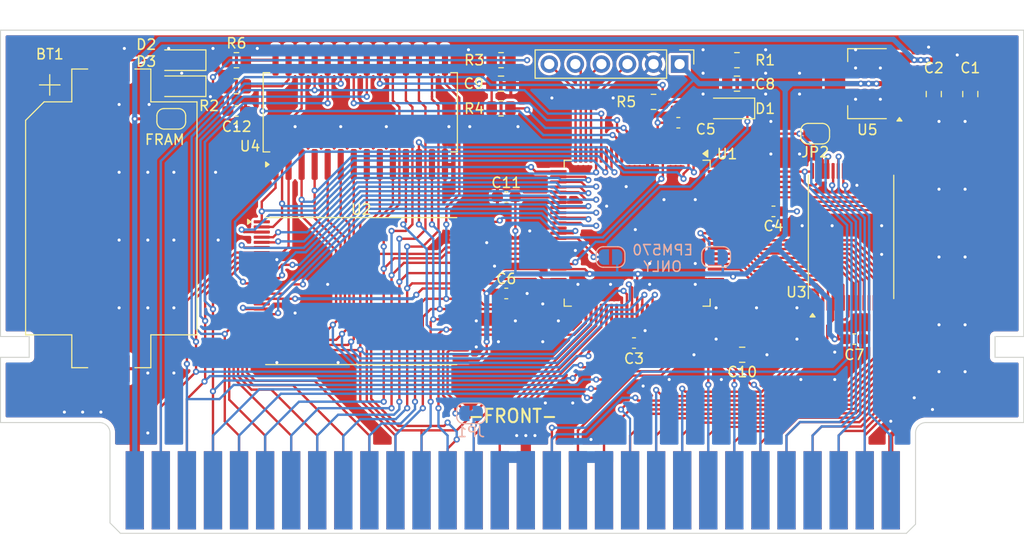
<source format=kicad_pcb>
(kicad_pcb (version 20241229) (generator "pcbnew") (generator_version "9.0")
  (layers (0 "F.Cu" signal) (2 "B.Cu" signal) (13 "F.Paste" user) (15 "B.Paste" user) (5 "F.SilkS" user "F.Silkscreen") (7 "B.SilkS" user "B.Silkscreen") (1 "F.Mask" user) (3 "B.Mask" user) (25 "Edge.Cuts" user))
  (net 0 "")
  (net 1 "GND")
  (net 2 "Net-(BT1-+)")
  (net 3 "+5V")
  (net 4 "+3.3V")
  (net 5 "/RESET_DETECT")
  (net 6 "Net-(U4-~{CE})")
  (net 7 "/M2")
  (net 8 "/BATT-PWR")
  (net 9 "/PPU-A6")
  (net 10 "Net-(J1-SND_IN)")
  (net 11 "/CPU-A8")
  (net 12 "/CPU-D5")
  (net 13 "/PPU-D6")
  (net 14 "/PPU-D3")
  (net 15 "/CPU-A3")
  (net 16 "/CPU-D2")
  (net 17 "/CPU-D6")
  (net 18 "/CPU-D4")
  (net 19 "/~{IRQ}")
  (net 20 "/CPU-A5")
  (net 21 "/PPU-A7")
  (net 22 "/PPU-A4")
  (net 23 "/PPU-A11")
  (net 24 "/PPU-D4")
  (net 25 "/PPU-D1")
  (net 26 "/CPU-A1")
  (net 27 "/CPU-A0")
  (net 28 "/CPU-A9")
  (net 29 "/PPU-A0")
  (net 30 "/CPU-A10")
  (net 31 "/PPU-A1")
  (net 32 "/CPU-A4")
  (net 33 "/PPU-A13")
  (net 34 "/CPU-D3")
  (net 35 "/CPU-D7")
  (net 36 "/CPU-A6")
  (net 37 "/PPU-D2")
  (net 38 "/PPU-A2")
  (net 39 "/CPU-A13")
  (net 40 "/CPU-R{slash}~{W}")
  (net 41 "/CIRAM-A10")
  (net 42 "/CPU-A7")
  (net 43 "/PPU-A12")
  (net 44 "/PPU-D7")
  (net 45 "/PPU-A3")
  (net 46 "/CPU-A2")
  (net 47 "/CPU-~{ROMSEL}")
  (net 48 "/PPU-A5")
  (net 49 "/PPU-~{RD}")
  (net 50 "/CPU-A11")
  (net 51 "/PPU-A9")
  (net 52 "Net-(J1-CHR{slash}A13)")
  (net 53 "/PPU-~{WE}")
  (net 54 "/PPU-A8")
  (net 55 "/CPU-A14")
  (net 56 "/PPU-A10")
  (net 57 "/CPU-A12")
  (net 58 "/CPU-D0")
  (net 59 "/PPU-D5")
  (net 60 "/PPU-D0")
  (net 61 "/CPU-D1")
  (net 62 "/TCK")
  (net 63 "/TDI")
  (net 64 "/TMS")
  (net 65 "/TDO")
  (net 66 "Net-(JP1-A)")
  (net 67 "Net-(JP4-A)")
  (net 68 "/CHR-~{CS}")
  (net 69 "Net-(JP5-A)")
  (net 70 "/WRAM-~{WE}")
  (net 71 "/WRAM-~{CS}")
  (net 72 "/M2-R")
  (net 73 "/PRG-A22")
  (net 74 "/PRG-~{OE}")
  (net 75 "/PRG-A17")
  (net 76 "/PRG-A20")
  (net 77 "/PRG-WE")
  (net 79 "/PRG-A14")
  (net 80 "/CHR-A12")
  (net 81 "/WRAM-~{OE}")
  (net 82 "/PRG-A21")
  (net 83 "/PRG-A26")
  (net 85 "/CHR-A13")
  (net 86 "/CHR-A17")
  (net 87 "/PRG-A15")
  (net 88 "/PRG-A24")
  (net 92 "/CHR-A15")
  (net 93 "/PRG-A23")
  (net 94 "/PRG-A25")
  (net 95 "/CHR-A11")
  (net 96 "/PRG-A18")
  (net 97 "/CHR-A14")
  (net 98 "/PRG-A16")
  (net 99 "/CHR-A10")
  (net 100 "/PRG-A13")
  (net 101 "/CHR-A16")
  (net 102 "/PRG-A19")
  (net 114 "Net-(D2-K)")
  (footprint "Resistor_SMD:R_0805_2012Metric" (layer "F.Cu") (at 124.587 38.989)
    (property "Reference" "R4")
    (property "Value" "2.2K")
  )
  (footprint "Diode_SMD:D_SOD-123" (layer "F.Cu") (at 93.472 34.29 180)
    (property "Reference" "D2")
    (property "Value" "1N4148")
  )
  (footprint "Capacitor_SMD:C_0603_1608Metric_Pad1.08x0.95mm_HandSolder" (layer "F.Cu") (at 141.859 40.386)
    (property "Reference" "C5")
    (property "Value" "0.1uF")
  )
  (footprint "Dendy:NES_Connector_L" (layer "F.Cu") (at 88.9 76.2)
    (property "Reference" "J1" (hide yes))
    (property "Value" "NES_Connector-Connector")
    (fp_line (start -13.081 -14.986) (end -10.287 -14.986) (stroke (width 0.1)) (layer "Edge.Cuts"))
    (fp_line (start -13.081 -12.954) (end -13.081 -6.604) (stroke (width 0.1)) (layer "Edge.Cuts"))
    (fp_line (start -13.081 -6.604) (end -3.429002 -6.604) (stroke (width 0.1)) (layer "Edge.Cuts"))
    (fp_line (start -10.287 -14.986) (end -10.287 -12.954) (stroke (width 0.1)) (layer "Edge.Cuts"))
    (fp_line (start -10.287 -12.954) (end -13.081 -12.954) (stroke (width 0.1)) (layer "Edge.Cuts"))
    (fp_line (start -2.413 -5.587998) (end -2.413 3.175) (stroke (width 0.1)) (layer "Edge.Cuts"))
    (fp_line (start -2.413 3.175) (end -1.397 4.191) (stroke (width 0.1)) (layer "Edge.Cuts"))
    (fp_line (start -1.397 4.191) (end 75.184 4.191) (stroke (width 0.1)) (layer "Edge.Cuts"))
    (fp_line (start 75.184 4.191) (end 76.073 3.302) (stroke (width 0.1)) (layer "Edge.Cuts"))
    (fp_line (start 76.073 3.302) (end 76.073 -5.588) (stroke (width 0.1)) (layer "Edge.Cuts"))
    (fp_line (start 77.089 -6.604) (end 86.614 -6.604) (stroke (width 0.1)) (layer "Edge.Cuts"))
    (fp_line (start 83.82 -14.986) (end 86.614 -14.986) (stroke (width 0.1)) (layer "Edge.Cuts"))
    (fp_line (start 83.82 -12.954) (end 83.82 -14.986) (stroke (width 0.1)) (layer "Edge.Cuts"))
    (fp_line (start 86.614 -12.954) (end 83.82 -12.954) (stroke (width 0.1)) (layer "Edge.Cuts"))
    (fp_line (start 86.614 -6.604) (end 86.614 -12.954) (stroke (width 0.1)) (layer "Edge.Cuts"))
    (fp_arc (start -3.429 -6.604) (mid -2.71058 -6.30642) (end -2.413 -5.588) (stroke (width 0.1)) (layer "Edge.Cuts"))
    (fp_arc (start 76.073 -5.588) (mid 76.37058 -6.30642) (end 77.089 -6.604) (stroke (width 0.1)) (layer "Edge.Cuts"))
  )
  (footprint "Capacitor_SMD:C_0805_2012Metric" (layer "F.Cu") (at 170.307 37.592 -90)
    (property "Reference" "C1")
    (property "Value" "22uF")
  )
  (footprint "Jumper:SolderJumper-2_P1.3mm_Open_RoundedPad1.0x1.5mm" (layer "F.Cu") (at 92.456 40.005)
    (property "Reference" "JP3" (hide yes))
    (property "Value" "FRAM")
  )
  (footprint "Connector_PinHeader_2.54mm:PinHeader_1x06_P2.54mm_Vertical" (layer "F.Cu") (at 141.986 34.671 -90)
    (property "Reference" "J2" (hide yes))
    (property "Value" "Conn_01x06_Pin")
  )
  (footprint "Package_SO:TSOP-I-56_18.4x14mm_P0.5mm" (layer "F.Cu") (at 110.9625 56.788)
    (property "Reference" "U2")
    (property "Value" "Memory_Flash_29GL01G")
  )
  (footprint "Capacitor_SMD:C_0603_1608Metric_Pad1.08x0.95mm_HandSolder" (layer "F.Cu") (at 125.095 57.023)
    (property "Reference" "C6")
    (property "Value" "0.1uF")
  )
  (footprint "Package_TO_SOT_SMD:SOT-223-3_TabPin2" (layer "F.Cu") (at 160.274 36.576 180)
    (property "Reference" "U5")
    (property "Value" "AMS1117-3.3")
  )
  (footprint "Capacitor_SMD:C_0805_2012Metric" (layer "F.Cu") (at 148.082 62.992 180)
    (property "Reference" "C10")
    (property "Value" "22pF")
  )
  (footprint "Package_SO:TSOP-I-32_11.8x8mm_P0.5mm" (layer "F.Cu") (at 158.689999 51.51 90)
    (property "Reference" "U3")
    (property "Value" "K6F2008T2E")
  )
  (footprint "Package_QFP:LQFP-100_14x14mm_P0.5mm" (layer "F.Cu") (at 137.85 51.15 -90)
    (property "Reference" "U1")
    (property "Value" "EPM570T100")
  )
  (footprint "Capacitor_SMD:C_0805_2012Metric" (layer "F.Cu") (at 147.574 36.576 180)
    (property "Reference" "C8")
    (property "Value" "470pF")
  )
  (footprint "Resistor_SMD:R_0805_2012Metric" (layer "F.Cu") (at 98.806 34.29)
    (property "Reference" "R6")
    (property "Value" "1K")
  )
  (footprint "Capacitor_SMD:C_0603_1608Metric_Pad1.08x0.95mm_HandSolder" (layer "F.Cu") (at 151.13 49.022 180)
    (property "Reference" "C4")
    (property "Value" "0.1uF")
  )
  (footprint "Resistor_SMD:R_0805_2012Metric" (layer "F.Cu") (at 98.806 36.83)
    (property "Reference" "R2")
    (property "Value" "2.2K")
  )
  (footprint "Capacitor_SMD:C_0603_1608Metric_Pad1.08x0.95mm_HandSolder" (layer "F.Cu") (at 137.541 61.849)
    (property "Reference" "C3")
    (property "Value" "0.1uF")
  )
  (footprint "Capacitor_SMD:C_0603_1608Metric_Pad1.08x0.95mm_HandSolder" (layer "F.Cu") (at 125.095 47.625 180)
    (property "Reference" "C11")
    (property "Value" "0.1uF")
  )
  (footprint "Dendy:SOP-28" (layer "F.Cu") (at 110.871 39.37 90)
    (property "Reference" "U4")
    (property "Value" "FM1808B-SG")
  )
  (footprint "Resistor_SMD:R_0805_2012Metric" (layer "F.Cu") (at 147.574 34.29 180)
    (property "Reference" "R1")
    (property "Value" "100K")
  )
  (footprint "Capacitor_SMD:C_0603_1608Metric_Pad1.08x0.95mm_HandSolder" (layer "F.Cu") (at 98.8325 39.243)
    (property "Reference" "C12")
    (property "Value" "0.1uF")
  )
  (footprint "Capacitor_SMD:C_0603_1608Metric_Pad1.08x0.95mm_HandSolder" (layer "F.Cu") (at 159.004 61.468)
    (property "Reference" "C7")
    (property "Value" "0.1uF")
  )
  (footprint "Diode_SMD:D_SOD-123" (layer "F.Cu") (at 146.939 38.989 180)
    (property "Reference" "D1")
    (property "Value" "1N4148")
  )
  (footprint "Resistor_SMD:R_0805_2012Metric" (layer "F.Cu") (at 139.446 38.354 180)
    (property "Reference" "R5")
    (property "Value" "330")
  )
  (footprint "Resistor_SMD:R_0805_2012Metric" (layer "F.Cu") (at 124.587 34.29)
    (property "Reference" "R3")
    (property "Value" "100K")
  )
  (footprint "Jumper:SolderJumper-2_P1.3mm_Bridged_RoundedPad1.0x1.5mm" (layer "F.Cu") (at 155.194 41.4528 180)
    (property "Reference" "JP2")
    (property "Value" "CHR (CLS)")
  )
  (footprint "Battery:BatteryHolder_Keystone_1060_1x2032" (layer "F.Cu") (at 86.614 49.702 -90)
    (property "Reference" "BT1")
    (property "Value" "CR2032")
  )
  (footprint "Capacitor_SMD:C_0805_2012Metric" (layer "F.Cu") (at 124.587 36.576)
    (property "Reference" "C9")
    (property "Value" "22pF")
  )
  (footprint "Capacitor_SMD:C_0805_2012Metric" (layer "F.Cu") (at 166.751 37.592 -90)
    (property "Reference" "C2")
    (property "Value" "22uF")
  )
  (footprint "Diode_SMD:D_SOD-123" (layer "F.Cu") (at 93.472 36.83 180)
    (property "Reference" "D3")
    (property "Value" "1N4148")
  )
  (footprint "Jumper:SolderJumper-2_P1.3mm_Bridged_RoundedPad1.0x1.5mm" (layer "B.Cu") (at 121.666 68.707)
    (property "Reference" "JP1")
    (property "Value" "PRG-CE")
  )
  (footprint "Jumper:SolderJumper-2_P1.3mm_Open_RoundedPad1.0x1.5mm" (layer "B.Cu") (at 135.255 53.467)
    (property "Reference" "JP4" (hide yes))
    (property "Value" "EPM570-PWR1")
  )
  (footprint "Jumper:SolderJumper-2_P1.3mm_Open_RoundedPad1.0x1.5mm" (layer "B.Cu") (at 145.542 53.467)
    (property "Reference" "JP5" (hide yes))
    (property "Value" "EPM570-PWR2")
  )
  (gr_line (start 175.514 31.369) (end 75.819 31.369) (stroke (width 0.1)) (layer "Edge.Cuts"))
  (gr_line (start 175.514 61.214) (end 175.514 31.369) (stroke (width 0.1)) (layer "Edge.Cuts"))
  (gr_line (start 75.819 61.214) (end 75.819 31.369) (stroke (width 0.1)) (layer "Edge.Cuts"))
  (gr_text "-FRONT-" (at 121.285 69.723 0) (layer "F.SilkS") (effects (font (size 1.3 1.2) (thickness 0.2) (bold yes)) (justify left bottom)))
  (gr_text "EPM570\nONLY" (at 140.335 54.991 0) (layer "B.SilkS") (effects (font (size 1 1)) (justify bottom mirror)))
  (segment (start 88.9 76.2) (end 88.9 69.85) (width 1) (layer "F.Cu") (net 1))
  (segment (start 149.225 49.022) (end 150.267499 49.022) (width 0.23) (layer "F.Cu") (net 1))
  (segment (start 130.175 48.15) (end 128.033 48.15) (width 0.23) (layer "F.Cu") (net 1))
  (segment (start 121.863 61.538) (end 122.174 61.849) (width 0.23) (layer "F.Cu") (net 1))
  (segment (start 158.939999 46.163999) (end 159.258 46.482) (width 0.23) (layer "F.Cu") (net 1))
  (segment (start 130.175 55.150001) (end 132.366001 55.150001) (width 0.23) (layer "F.Cu") (net 1))
  (segment (start 122.658 51.538) (end 123.19 52.07) (width 0.23) (layer "F.Cu") (net 1))
  (segment (start 138.85 46.14) (end 138.938 46.228) (width 0.23) (layer "F.Cu") (net 1))
  (segment (start 125.9575 57.023) (end 127.127 57.023) (width 0.23) (layer "F.Cu") (net 1))
  (segment (start 136.35 57.61) (end 136.271 57.531) (width 0.23) (layer "F.Cu") (net 1))
  (segment (start 139.35 43.475) (end 139.35 44.9016) (width 0.23) (layer "F.Cu") (net 1))
  (segment (start 120.65 61.538) (end 121.863 61.538) (width 0.23) (layer "F.Cu") (net 1))
  (segment (start 122.174 61.849) (end 122.174 62.23) (width 0.23) (layer "F.Cu") (net 1))
  (segment (start 130.175 50.65) (end 128.12 50.65) (width 0.23) (layer "F.Cu") (net 1))
  (segment (start 145.525 48.650001) (end 148.853001 48.650001) (width 0.23) (layer "F.Cu") (net 1))
  (segment (start 138.85 60.413) (end 138.6205 60.6425) (width 0.23) (layer "F.Cu") (net 1))
  (segment (start 145.525 50.15) (end 144.003 50.15) (width 0.23) (layer "F.Cu") (net 1))
  (segment (start 120.65 52.038) (end 123.158 52.038) (width 0.23) (layer "F.Cu") (net 1))
  (segment (start 138.85 43.475) (end 138.85 46.14) (width 0.23) (layer "F.Cu") (net 1))
  (segment (start 132.366001 55.150001) (end 132.461 55.245) (width 0.23) (layer "F.Cu") (net 1))
  (segment (start 158.939999 45.085) (end 158.939999 46.163999) (width 0.23) (layer "F.Cu") (net 1))
  (segment (start 86.614 67.564) (end 86.614 64.352) (width 0.5) (layer "F.Cu") (net 1))
  (segment (start 138.403501 60.859499) (end 138.403501 61.849) (width 0.23) (layer "F.Cu") (net 1))
  (segment (start 127 76.2) (end 127 70.866) (width 1) (layer "F.Cu") (net 1))
  (segment (start 128.12 50.65) (end 128.016 50.546) (width 0.23) (layer "F.Cu") (net 1))
  (segment (start 143.994 55.65) (end 145.525 55.65) (width 0.23) (layer "F.Cu") (net 1))
  (segment (start 88.9 69.85) (end 86.614 67.564) (width 0.5) (layer "F.Cu") (net 1))
  (segment (start 123.158 52.038) (end 123.19 52.07) (width 0.23) (layer "F.Cu") (net 1))
  (segment (start 136.271 57.531) (end 136.144 57.404) (width 0.23) (layer "F.Cu") (net 1))
  (segment (start 148.853001 48.650001) (end 149.225 49.022) (width 0.23) (layer "F.Cu") (net 1))
  (segment (start 143.51 56.134) (end 143.994 55.65) (width 0.23) (layer "F.Cu") (net 1))
  (segment (start 136.144 57.404) (end 135.89 57.404) (width 0.23) (layer "F.Cu") (net 1))
  (segment (start 144.003 50.15) (end 143.383 49.53) (width 0.23) (layer "F.Cu") (net 1))
  (segment (start 145.525 48.650001) (end 143.383 48.650001) (width 0.23) (layer "F.Cu") (net 1))
  (segment (start 138.6205 60.6425) (end 138.403501 60.859499) (width 0.23) (layer "F.Cu") (net 1))
  (segment (start 143.383 49.53) (end 143.383 48.650001) (width 0.23) (layer "F.Cu") (net 1))
  (segment (start 136.35 58.825) (end 136.35 57.61) (width 0.23) (layer "F.Cu") (net 1))
  (segment (start 139.35 44.9016) (end 139.2936 44.958) (width 0.23) (layer "F.Cu") (net 1))
  (segment (start 138.85 58.825) (end 138.85 60.413) (width 0.23) (layer "F.Cu") (net 1))
  (segment (start 120.65 51.538) (end 122.658 51.538) (width 0.23) (layer "F.Cu") (net 1))
  (via (at 90.297 38.608) (size 0.6) (drill 0.3) (layers "F.Cu" "B.Cu") (net 1))
  (via (at 161.671 53.213) (size 0.6) (drill 0.3) (layers "F.Cu" "B.Cu") (net 1))
  (via (at 129.54 37.973) (size 0.6) (drill 0.3) (layers "F.Cu" "B.Cu") (net 1))
  (via (at 92.71 51.816) (size 0.6) (drill 0.3) (layers "F.Cu" "B.Cu") (net 1))
  (via (at 82.042 68.58) (size 0.6) (drill 0.3) (layers "F.Cu" "B.Cu") (net 1))
  (via (at 90.17 51.816) (size 0.6) (drill 0.3) (layers "F.Cu" "B.Cu") (net 1))
  (via (at 169.799 60.071) (size 0.6) (drill 0.3) (layers "F.Cu" "B.Cu") (net 1))
  (via (at 145.542 58.42) (size 0.6) (drill 0.3) (layers "F.Cu" "B.Cu") (net 1))
  (via (at 134.874 48.514) (size 0.6) (drill 0.3) (layers "F.Cu" "B.Cu") (net 1))
  (via (at 128.905 67.691) (size 0.6) (drill 0.3) (layers "F.Cu" "B.Cu") (net 1))
  (via (at 144.272 33.274) (size 0.6) (drill 0.3) (layers "F.Cu" "B.Cu") (net 1))
  (via (at 87.376 45.212) (size 0.6) (drill 0.3) (layers "F.Cu" "B.Cu") (net 1))
  (via (at 161.544 35.052) (size 0.6) (drill 0.3) (layers "F.Cu" "B.Cu") (net 1))
  (via (at 153.67 37.592) (size 0.6) (drill 0.3) (layers "F.Cu" "B.Cu") (net 1))
  (via (at 87.376 58.42) (size 0.6) (drill 0.3) (layers "F.Cu" "B.Cu") (net 1))
  (via (at 92.71 45.212) (size 0.6) (drill 0.3) (layers "F.Cu" "B.Cu") (net 1))
  (via (at 143.51 56.134) (size 0.6) (drill 0.3) (layers "F.Cu" "B.Cu") (net 1))
  (via (at 96.266 37.846) (size 0.6) (drill 0.3) (layers "F.Cu" "B.Cu") (net 1))
  (via (at 92.202 33.147) (size 0.6) (drill 0.3) (layers "F.Cu" "B.Cu") (net 1))
  (via (at 153.416 58.42) (size 0.6) (drill 0.3) (layers "F.Cu" "B.Cu") (net 1))
  (via (at 139.065 54.102) (size 0.6) (drill 0.3) (layers "F.Cu" "B.Cu") (net 1))
  (via (at 150.368 35.56) (size 0.6) (drill 0.3) (layers "F.Cu" "B.Cu") (net 1))
  (via (at 126.111 70.866) (size 0.6) (drill 0.3) (layers "F.Cu" "B.Cu") (net 1))
  (via (at 140.462 47.879) (size 0.6) (drill 0.3) (layers "F.Cu" "B.Cu") (net 1))
  (via (at 137.668 50.8) (size 0.6) (drill 0.3) (layers "F.Cu" "B.Cu") (net 1))
  (via (at 121.539 40.767) (size 0.6) (drill 0.3) (layers "F.Cu" "B.Cu") (net 1))
  (via (at 135.509 37.973) (size 0.6) (drill 0.3) (layers "F.Cu" "B.Cu") (net 1))
  (via (at 153.67 35.56) (size 0.6) (drill 0.3) (layers "F.Cu" "B.Cu") (net 1))
  (via (at 150.495 62.992) (size 0.6) (drill 0.3) (layers "F.Cu" "B.Cu") (net 1))
  (via (at 104.521 40.767) (size 0.6) (drill 0.3) (layers "F.Cu" "B.Cu") (net 1))
  (via (at 113.411 40.767) (size 0.6) (drill 0.3) (layers "F.Cu" "B.Cu") (net 1))
  (via (at 92.71 58.42) (size 0.6) (drill 0.3) (layers "F.Cu" "B.Cu") (net 1))
  (via (at 153.924 50.419) (size 0.6) (drill 0.3) (layers "F.Cu" "B.Cu") (net 1))
  (via (at 98.806 40.767) (size 0.6) (drill 0.3) (layers "F.Cu" "B.Cu") (net 1))
  (via (at 140.97 65.405) (size 0.6) (drill 0.3) (layers "F.Cu" "B.Cu") (net 1))
  (via (at 123.19 52.07) (size 0.6) (drill 0.3) (layers "F.Cu" "B.Cu") (net 1))
  (via (at 108.712 63.754) (size 0.6) (drill 0.3) (layers "F.Cu" "B.Cu") (net 1))
  (via (at 127.381 50.927) (size 0.6) (drill 0.3) (layers "F.Cu" "B.Cu") (net 1))
  (via (at 128.651 61.722) (size 0.6) (drill 0.3) (layers "F.Cu" "B.Cu") (net 1))
  (via (at 90.17 64.77) (size 0.6) (drill 0.3) (layers "F.Cu" "B.Cu") (net 1))
  (via (at 138.43 66.04) (size 0.6) (drill 0.3) (layers "F.Cu" "B.Cu") (net 1))
  (via (at 169.037 33.782) (size 0.6) (drill 0.3) (layers "F.Cu" "B.Cu") (net 1))
  (via (at 102.743 63.754) (size 0.6) (drill 0.3) (layers "F.Cu" "B.Cu") (net 1))
  (via (at 159.131 35.052) (size 0.6) (drill 0.3) (layers "F.Cu" "B.Cu") (net 1))
  (via (at 127.127 57.023) (size 0.6) (drill 0.3) (layers "F.Cu" "B.Cu") (net 1))
  (via (at 153.416 61.468) (size 0.6) (drill 0.3) (layers "F.Cu" "B.Cu") (net 1))
  (via (at 90.17 70.612) (size 0.6) (drill 0.3) (layers "F.Cu" "B.Cu") (net 1))
  (via (at 159.131 38.1) (size 0.6) (drill 0.3) (layers "F.Cu" "B.Cu") (net 1))
  (via (at 151.13 50.419) (size 0.6) (drill 0.3) (layers "F.Cu" "B.Cu") (net 1))
  (via (at 150.368 37.592) (size 0.6) (drill 0.3) (layers "F.Cu" "B.Cu") (net 1))
  (via (at 122.174 59.69) (size 0.6) (drill 0.3) (layers "F.Cu" "B.Cu") (net 1))
  (via (at 119.507 40.767) (size 0.6) (drill 0.3) (layers "F.Cu" "B.Cu") (net 1))
  (via (at 85.598 68.58) (size 0.6) (drill 0.3) (layers "F.Cu" "B.Cu") (net 1))
  (via (at 130.175 59.69) (size 0.6) (drill 0.3) (layers "F.Cu" "B.Cu") (net 1))
  (via (at 87.376 38.608) (size 0.6) (drill 0.3) (layers "F.Cu" "B.Cu") (net 1))
  (via (at 164.846 67.183) (size 0.6) (drill 0.3) (layers "F.Cu" "B.Cu") (net 1))
  (via (at 167.259 64.643) (size 0.6) (drill 0.3) (layers "F.Cu" "B.Cu") (net 1))
  (via (at 123.952 54.356) (size 0.6) (drill 0.3) (layers "F.Cu" "B.Cu") (net 1))
  (via (at 97.028 51.816) (size 0.6) (drill 0.3) (layers "F.Cu" "B.Cu") (net 1))
  (via (at 161.544 38.1) (size 0.6) (drill 0.3) (layers "F.Cu" "B.Cu") (net 1))
  (via (at 126.238 40.767) (size 0.6) (drill 0.3) (layers "F.Cu" "B.Cu") (net 1))
  (via (at 167.259 60.071) (size 0.6) (drill 0.3) (layers "F.Cu" "B.Cu") (net 1))
  (via (at 127.889 70.866) (size 0.6) (drill 0.3) (layers "F.Cu" "B.Cu") (net 1))
  (via (at 167.259 40.259) (size 0.6) (drill 0.3) (layers "F.Cu" "B.Cu") (net 1))
  (via (at 169.799 46.863) (size 0.6) (drill 0.3) (layers "F.Cu" "B.Cu") (net 1))
  (via (at 135.255 56.134) (size 0.6) (drill 0.3) (layers "F.Cu" "B.Cu") (net 1))
  (via (at 153.67 43.434) (size 0.6) (drill 0.3) (layers "F.Cu" "B.Cu") (net 1))
  (via (at 150.876 43.434) (size 0.6) (drill 0.3) (layers "F.Cu" "B.Cu") (net 1))
  (via (at 167.259 46.863) (size 0.6) (drill 0.3) (layers "F.Cu" "B.Cu") (net 1))
  (via (at 149.479 58.42) (size 0.6) (drill 0.3) (layers "F.Cu" "B.Cu") (net 1))
  (via (at 153.797 65.405) (size 0.6) (drill 0.3) (layers "F.Cu" "B.Cu") (net 1))
  (via (at 157.099 62.738) (size 0.6) (drill 0.3) (layers "F.Cu" "B.Cu") (net 1))
  (via (at 127 70.866) (size 0.6) (drill 0.3) (layers "F.Cu" "B.Cu") (net 1))
  (via (at 139.065 56.134) (size 0.6) (drill 0.3) (layers "F.Cu" "B.Cu") (net 1))
  (via (at 87.376 51.816) (size 0.6) (drill 0.3) (layers "F.Cu" "B.Cu") (net 1))
  (via (at 96.52 33.147) (size 0.6) (drill 0.3) (layers "F.Cu" "B.Cu") (net 1))
  (via (at 166.624 68.326) (size 0.6) (drill 0.3) (layers "F.Cu" "B.Cu") (net 1))
  (via (at 121.412 33.274) (size 0.6) (drill 0.3) (layers "F.Cu" "B.Cu") (net 1))
  (via (at 167.259 53.467) (size 0.6) (drill 0.3) (layers "F.Cu" "B.Cu") (net 1))
  (via (at 143.51 54.102) (size 0.6) (drill 0.3) (layers "F.Cu" "B.Cu") (net 1))
  (via (at 159.258 46.482) (size 0.6) (drill 0.3) (layers "F.Cu" "B.Cu") (net 1))
  (via (at 169.799 53.467) (size 0.6) (drill 0.3) (layers "F.Cu" "B.Cu") (net 1))
  (via (at 169.799 64.643) (size 0.6) (drill 0.3) (layers "F.Cu" "B.Cu") (net 1))
  (via (at 138.6205 60.6425) (size 0.6) (drill 0.3) (layers "F.Cu" "B.Cu") (net 1))
  (via (at 92.71 64.77) (size 0.6) (drill 0.3) (layers "F.Cu" "B.Cu") (net 1))
  (via (at 166.243 33.02) (size 0.6) (drill 0.3) (layers "F.Cu" "B.Cu") (net 1))
  (via (at 108.966 40.767) (size 0.6) (drill 0.3) (layers "F.Cu" "B.Cu") (net 1))
  (via (at 136.779 46.609) (size 0.6) (drill 0.3) (layers "F.Cu" "B.Cu") (net 1))
  (via (at 83.82 68.58) (size 0.6) (drill 0.3) (layers "F.Cu" "B.Cu") (net 1))
  (via (at 122.174 62.23) (size 0.6) (drill 0.3) (layers "F.Cu" "B.Cu") (net 1))
  (via (at 143.51 47.879) (size 0.6) (drill 0.3) (layers "F.Cu" "B.Cu") (net 1))
  (via (at 102.743 53.721) (size 0.6) (drill 0.3) (layers "F.Cu" "B.Cu") (net 1))
  (via (at 169.799 40.259) (size 0.6) (drill 0.3) (layers "F.Cu" "B.Cu") (net 1))
  (via (at 133.35 71.247) (size 0.6) (drill 0.3) (layers "F.Cu" "B.Cu") (net 1))
  (via (at 100.838 33.147) (size 0.6) (drill 0.3) (layers "F.Cu" "B.Cu") (net 1))
  (via (at 144.272 37.592) (size 0.6) (drill 0.3) (layers "F.Cu" "B.Cu") (net 1))
  (via (at 104.521 58.928) (size 0.6) (drill 0.3) (layers "F.Cu" "B.Cu") (net 1))
  (via (at 90.17 58.42) (size 0.6) (drill 0.3) (layers "F.Cu" "B.Cu") (net 1))
  (via (at 87.884 33.147) (size 0.6) (drill 0.3) (layers "F.Cu" "B.Cu") (net 1))
  (via (at 131.572 67.691) (size 0.6) (drill 0.3) (layers "F.Cu" "B.Cu") (net 1))
  (via (at 131.826 52.832) (size 0.6) (drill 0.3) (layers "F.Cu" "B.Cu") (net 1))
  (via (at 146.05 65.405) (size 0.6) (drill 0.3) (layers "F.Cu" "B.Cu") (net 1))
  (via (at 144.272 35.56) (size 0.6) (drill 0.3) (layers "F.Cu" "B.Cu") (net 1))
  (via (at 132.08 56.134) (size 0.6) (drill 0.3) (layers "F.Cu" "B.Cu") (net 1))
  (via (at 90.17 45.212) (size 0.6) (drill 0.3) (layers "F.Cu" "B.Cu") (net 1))
  (via (at 162.56 69.469) (size 0.6) (drill 0.3) (layers "F.Cu" "B.Cu") (net 1))
  (via (at 157.099 65.405) (size 0.6) (drill 0.3) (layers "F.Cu" "B.Cu") (net 1))
  (via (at 143.383 62.992) (size 0.6) (drill 0.3) (layers "F.Cu" "B.Cu") (net 1))
  (via (at 125.984 59.69) (size 0.6) (drill 0.3) (layers "F.Cu" "B.Cu") (net 1))
  (via (at 93.472 35.56) (size 0.6) (drill 0.3) (layers "F.Cu" "B.Cu") (net 1))
  (via (at 159.131 33.274) (size 0.6) (drill 0.3) (layers "F.Cu" "B.Cu") (net 1))
  (via (at 124.333 61.722) (size 0.6) (drill 0.3) (layers "F.Cu" "B.Cu") (net 1))
  (via (at 96.774 45.212) (size 0.6) (drill 0.3) (layers "F.Cu" "B.Cu") (net 1))
  (via (at 150.876 40.259) (size 0.6) (drill 0.3) (layers "F.Cu" "B.Cu") (net 1))
  (via (at 145.542 61.468) (size 0.6) (drill 0.3) (layers "F.Cu" "B.Cu") (net 1))
  (via (at 161.671 50.419) (size 0.6) (drill 0.3) (layers "F.Cu" "B.Cu") (net 1))
  (via (at 128.651 58.039) (size 0.6) (drill 0.3) (layers "F.Cu" "B.Cu") (net 1))
  (via (at 107.696 56.134) (size 0.6) (drill 0.3) (layers "F.Cu" "B.Cu") (net 1))
  (via (at 150.368 33.274) (size 0.6) (drill 0.3) (layers "F.Cu" "B.Cu") (net 1))
  (via (at 156.845 50.419) (size 0.6) (drill 0.3) (layers "F.Cu" "B.Cu") (net 1))
  (segment (start 91.822 34.29) (end 87.757 34.29) (width 0.23) (layer "F.Cu") (net 2))
  (segment (start 162.56 70.866) (end 162.56 76.2) (width 0.5) (layer "F.Cu") (net 3))
  (segment (start 166.116 34.276) (end 165.481 34.276) (width 0.5) (layer "F.Cu") (net 3))
  (segment (start 168.589999 36.642001) (end 168.529 36.703) (width 0.23) (layer "F.Cu") (net 3))
  (segment (start 168.529 36.703) (end 168.529 64.897) (width 0.5) (layer "F.Cu") (net 3))
  (segment (start 91.806001 40.005) (end 91.806001 36.845999) (width 0.3) (layer "F.Cu") (net 3))
  (segment (start 91.806001 36.845999) (end 91.822 36.83) (width 0.3) (layer "F.Cu") (net 3))
  (segment (start 170.307 36.642001) (end 168.589999 36.642001) (width 0.3) (layer "F.Cu") (net 3))
  (segment (start 168.529 64.897) (end 162.56 70.866) (width 0.5) (layer "F.Cu") (net 3))
  (segment (start 168.529 35.306) (end 167.499 34.276) (width 0.5) (layer "F.Cu") (net 3))
  (segment (start 168.529 35.306) (end 168.529 36.703) (width 0.5) (layer "F.Cu") (net 3))
  (segment (start 164.846 34.276) (end 163.424 34.276) (width 0.5) (layer "F.Cu") (net 3))
  (segment (start 167.499 34.276) (end 166.116 34.276) (width 0.5) (layer "F.Cu") (net 3))
  (segment (start 165.481 34.276) (end 164.846 34.276) (width 0.5) (layer "F.Cu") (net 3))
  (segment (start 88.9 40.005) (end 91.806001 40.005) (width 0.3) (layer "F.Cu") (net 3))
  (via (at 164.846 34.276) (size 0.6) (drill 0.3) (layers "F.Cu" "B.Cu") (net 3))
  (via (at 165.481 34.276) (size 0.6) (drill 0.3) (layers "F.Cu" "B.Cu") (net 3))
  (via (at 88.9 40.005) (size 0.6) (drill 0.3) (layers "F.Cu" "B.Cu") (net 3))
  (via (at 166.116 34.276) (size 0.6) (drill 0.3) (layers "F.Cu" "B.Cu") (net 3))
  (segment (start 164.832 34.276) (end 164.846 34.276) (width 0.5) (layer "B.Cu") (net 3))
  (segment (start 88.9 40.005) (end 88.9 34.671) (width 0.5) (layer "B.Cu") (net 3))
  (segment (start 88.9 34.671) (end 91.313 32.258) (width 0.5) (layer "B.Cu") (net 3))
  (segment (start 88.9 40.005) (end 88.9 76.2) (width 0.5) (layer "B.Cu") (net 3))
  (segment (start 162.814 32.258) (end 164.832 34.276) (width 0.5) (layer "B.Cu") (net 3))
  (segment (start 91.313 32.258) (end 162.814 32.258) (width 0.5) (layer "B.Cu") (net 3))
  (segment (start 166.116 34.276) (end 164.846 34.276) (width 0.5) (layer "B.Cu") (net 3))
  (segment (start 161.163 36.576) (end 160.401 36.576) (width 0.5) (layer "F.Cu") (net 4))
  (segment (start 101.275 57.538) (end 100.083 57.538) (width 0.23) (layer "F.Cu") (net 4))
  (segment (start 137.85 60.143) (end 137.541 60.452) (width 0.23) (layer "F.Cu") (net 4))
  (segment (start 137.85 58.825) (end 137.85 60.143) (width 0.23) (layer "F.Cu") (net 4))
  (segment (start 166.684999 36.576) (end 166.751 36.642001) (width 0.5) (layer "F.Cu") (net 4))
  (segment (start 100.053 56.538) (end 101.275 56.538) (width 0.23) (layer "F.Cu") (net 4))
  (segment (start 145.525 55.15) (end 146.971 55.15) (width 0.23) (layer "F.Cu") (net 4))
  (segment (start 99.822 57.277) (end 99.822 56.769) (width 0.23) (layer "F.Cu") (net 4))
  (segment (start 100.083 57.538) (end 99.822 57.277) (width 0.23) (layer "F.Cu") (net 4))
  (segment (start 145.525 48.15) (end 151.120501 48.15) (width 0.23) (layer "F.Cu") (net 4))
  (segment (start 135.85 60.158) (end 135.85 58.825) (width 0.23) (layer "F.Cu") (net 4))
  (segment (start 130.175 54.65) (end 132.755 54.65) (width 0.23) (layer "F.Cu") (net 4))
  (segment (start 137.85 42.0836) (end 137.85 43.474999) (width 0.23) (layer "F.Cu") (net 4))
  (segment (start 136.144 60.452) (end 135.85 60.158) (width 0.23) (layer "F.Cu") (net 4))
  (segment (start 157.439999 59.563) (end 157.439999 57.935001) (width 0.23) (layer "F.Cu") (net 4))
  (segment (start 151.992501 49.022) (end 153.416 49.022) (width 0.23) (layer "F.Cu") (net 4))
  (segment (start 139.85 40.386) (end 140.9965 40.386) (width 0.23) (layer "F.Cu") (net 4))
  (segment (start 132.755 54.65) (end 133.223 55.118) (width 0.23) (layer "F.Cu") (net 4))
  (segment (start 99.822 56.769) (end 100.053 56.538) (width 0.23) (layer "F.Cu") (net 4))
  (segment (start 158.115 59.563) (end 157.439999 59.563) (width 0.23) (layer "F.Cu") (net 4))
  (segment (start 125.984 47.651499) (end 125.957501 47.625) (width 0.23) (layer "F.Cu") (net 4))
  (segment (start 136.678499 61.849) (end 136.678499 60.478499) (width 0.23) (layer "F.Cu") (net 4))
  (segment (start 136.652 60.452) (end 136.144 60.452) (width 0.23) (layer "F.Cu") (net 4))
  (segment (start 158.439999 57.935) (end 158.439999 59.238001) (width 0.23) (layer "F.Cu") (net 4))
  (segment (start 163.423999 36.576) (end 161.163 36.576) (width 0.5) (layer "F.Cu") (net 4))
  (segment (start 116.332 57.15) (end 116.944 56.538) (width 0.23) (layer "F.Cu") (net 4))
  (segment (start 123.19 57.023) (end 124.2325 57.023) (width 0.23) (layer "F.Cu") (net 4))
  (segment (start 137.85 55.19) (end 137.85 58.825001) (width 0.23) (layer "F.Cu") (net 4))
  (segment (start 125.982501 47.65) (end 130.175 47.65) (width 0.23) (layer "F.Cu") (net 4))
  (segment (start 123.19 62.738) (end 122.39 63.538) (width 0.23) (layer "F.Cu") (net 4))
  (segment (start 137.922 55.118) (end 137.85 55.19) (width 0.23) (layer "F.Cu") (net 4))
  (segment (start 101.275 57.538) (end 104.514 57.538) (width 0.23) (layer "F.Cu") (net 4))
  (segment (start 146.971 55.15) (end 147.193 55.372) (width 0.23) (layer "F.Cu") (net 4))
  (segment (start 122.39 63.538) (end 120.65 63.538) (width 0.23) (layer "F.Cu") (net 4))
  (segment (start 158.439999 59.238001) (end 158.115 59.563) (width 0.23) (layer "F.Cu") (net 4))
  (segment (start 138.1252 41.8084) (end 137.85 42.0836) (width 0.23) (layer "F.Cu") (net 4))
  (segment (start 137.541 60.452) (end 136.652 60.452) (width 0.23) (layer "F.Cu") (net 4))
  (segment (start 125.984 50.927) (end 125.984 47.651499) (width 0.23) (layer "F.Cu") (net 4))
  (segment (start 139.85 43.475) (end 139.85 41.8084) (width 0.23) (layer "F.Cu") (net 4))
  (segment (start 163.423999 36.576) (end 166.684999 36.576) (width 0.3) (layer "F.Cu") (net 4))
  (segment (start 157.48 61.468) (end 157.099 61.468) (width 0.23) (layer "F.Cu") (net 4))
  (segment (start 158.141499 61.468) (end 157.48 61.468) (width 0.23) (layer "F.Cu") (net 4))
  (segment (start 123.19 57.023) (end 122.705 56.538) (width 0.23) (layer "F.Cu") (net 4))
  (segment (start 157.439999 59.563) (end 157.439999 61.427999) (width 0.23) (layer "F.Cu") (net 4))
  (segment (start 157.439999 61.427999) (end 157.48 61.468) (width 0.23) (layer "F.Cu") (net 4))
  (segment (start 122.705 56.538) (end 120.65 56.538) (width 0.23) (layer "F.Cu") (net 4))
  (segment (start 104.514 57.538) (end 104.521 57.531) (width 0.23) (layer "F.Cu") (net 4))
  (segment (start 125.957501 47.625) (end 125.982501 47.65) (width 0.23) (layer "F.Cu") (net 4))
  (segment (start 116.944 56.538) (end 120.65 56.538) (width 0.23) (layer "F.Cu") (net 4))
  (segment (start 139.85 41.8084) (end 138.1252 41.8084) (width 0.23) (layer "F.Cu") (net 4))
  (segment (start 139.85 40.386) (end 139.85 41.8084) (width 0.23) (layer "F.Cu") (net 4))
  (segment (start 160.401 36.576) (end 159.639 36.576) (width 0.5) (layer "F.Cu") (net 4))
  (segment (start 123.19 61.722) (end 123.19 62.738) (width 0.23) (layer "F.Cu") (net 4))
  (segment (start 136.678499 60.478499) (end 136.652 60.452) (width 0.23) (layer "F.Cu") (net 4))
  (segment (start 159.639 36.576) (end 157.124001 36.576) (width 0.5) (layer "F.Cu") (net 4))
  (segment (start 151.120501 48.15) (end 151.992501 49.022) (width 0.23) (layer "F.Cu") (net 4))
  (via (at 157.099 61.468) (size 0.6) (drill 0.3) (layers "F.Cu" "B.Cu") (net 4))
  (via (at 137.922 55.118) (size 0.6) (drill 0.3) (layers "F.Cu" "B.Cu") (net 4))
  (via (at 133.223 55.118) (size 0.6) (drill 0.3) (layers "F.Cu" "B.Cu") (net 4))
  (via (at 125.984 50.927) (size 0.6) (drill 0.3) (layers "F.Cu" "B.Cu") (net 4))
  (via (at 153.416 49.022) (size 0.6) (drill 0.3) (layers "F.Cu" "B.Cu") (net 4))
  (via (at 123.19 57.023) (size 0.6) (drill 0.3) (layers "F.Cu" "B.Cu") (net 4))
  (via (at 160.401 36.576) (size 0.6) (drill 0.3) (layers "F.Cu" "B.Cu") (net 4))
  (via (at 116.332 57.15) (size 0.6) (drill 0.3) (layers "F.Cu" "B.Cu") (net 4))
  (via (at 139.85 40.386) (size 0.6) (drill 0.3) (layers "F.Cu" "B.Cu") (net 4))
  (via (at 147.193 55.372) (size 0.6) (drill 0.3) (layers "F.Cu" "B.Cu") (net 4))
  (via (at 161.163 36.576) (size 0.6) (drill 0.3) (layers "F.Cu" "B.Cu") (net 4))
  (via (at 104.521 57.531) (size 0.6) (drill 0.3) (layers "F.Cu" "B.Cu") (net 4))
  (via (at 123.19 61.722) (size 0.6) (drill 0.3) (layers "F.Cu" "B.Cu") (net 4))
  (via (at 159.639 36.576) (size 0.6) (drill 0.3) (layers "F.Cu" "B.Cu") (net 4))
  (segment (start 152.273 49.022) (end 152.273 37.211) (width 0.5) (layer "B.Cu") (net 4))
  (segment (start 152.273 37.211) (end 152.273 36.576) (width 0.5) (layer "B.Cu") (net 4))
  (segment (start 151.7015 52.7685) (end 150.8125 52.7685) (width 0.5) (layer "B.Cu") (net 4))
  (segment (start 152.273 37.211) (end 151.638 36.576) (width 0.5) (layer "B.Cu") (net 4))
  (segment (start 135.89 55.118) (end 137.922 55.118) (width 0.5) (layer "B.Cu") (net 4))
  (segment (start 152.273 51.308) (end 152.273 49.022) (width 0.5) (layer "B.Cu") (net 4))
  (segment (start 152.527 36.576) (end 152.273 36.576) (width 0.5) (layer "B.Cu") (net 4))
  (segment (start 151.257 52.324) (end 151.7015 51.8795) (width 0.5) (layer "B.Cu") (net 4))
  (segment (start 147.193 55.118) (end 147.574 55.118) (width 0.5) (layer "B.Cu") (net 4))
  (segment (start 152.908 36.576) (end 152.527 36.576) (width 0.5) (layer "B.Cu") (net 4))
  (segment (start 143.4465 36.1315) (end 141.986 34.671) (width 0.5) (layer "B.Cu") (net 4))
  (segment (start 151.7015 52.7685) (end 151.7015 51.8795) (width 0.5) (layer "B.Cu") (net 4))
  (segment (start 151.257 52.324) (end 150.8125 52.7685) (width 0.5) (layer "B.Cu") (net 4))
  (segment (start 123.19 57.023) (end 123.19 61.722) (width 0.5) (layer "B.Cu") (net 4))
  (segment (start 137.922 55.118) (end 146.177 55.118) (width 0.5) (layer "B.Cu") (net 4))
  (segment (start 150.8125 52.7685) (end 149.987 53.594) (width 0.5) (layer "B.Cu") (net 4))
  (segment (start 147.193 55.372) (end 147.193 55.118) (width 0.23) (layer "B.Cu") (net 4))
  (segment (start 146.191999 53.467) (end 146.191999 55.103001) (width 0.23) (layer "B.Cu") (net 4))
  (segment (start 161.163 36.576) (end 152.908 36.576) (width 0.5) (layer "B.Cu") (net 4))
  (segment (start 139.85 40.109) (end 139.827 40.086) (width 0.23) (layer "B.Cu") (net 4))
  (segment (start 156.591 57.658) (end 151.7015 52.7685) (width 0.5) (layer "B.Cu") (net 4))
  (segment (start 125.095 55.118) (end 125.73 55.118) (width 0.5) (layer "B.Cu") (net 4))
  (segment (start 153.416 49.022) (end 152.273 49.022) (width 0.23) (layer "B.Cu") (net 4))
  (segment (start 139.85 40.386) (end 139.85 40.109) (width 0.23) (layer "B.Cu") (net 4))
  (segment (start 143.891 36.576) (end 143.4465 36.1315) (width 0.5) (layer "B.Cu") (net 4))
  (segment (start 146.177 55.118) (end 147.193 55.118) (width 0.5) (layer "B.Cu") (net 4))
  (segment (start 156.591 60.96) (end 156.591 57.658) (width 0.5) (layer "B.Cu") (net 4))
  (segment (start 152.273 37.211) (end 152.908 36.576) (width 0.5) (layer "B.Cu") (net 4))
  (segment (start 125.984 55.118) (end 125.73 55.118) (width 0.5) (layer "B.Cu") (net 4))
  (segment (start 135.89 55.118) (end 125.984 55.118) (width 0.5) (layer "B.Cu") (net 4))
  (segment (start 148.463 55.118) (end 149.987 53.594) (width 0.5) (layer "B.Cu") (net 4))
  (segment (start 115.951 57.531) (end 104.521 57.531) (width 0.3) (layer "B.Cu") (net 4))
  (segment (start 152.273 36.576) (end 151.638 36.576) (width 0.5) (layer "B.Cu") (net 4))
  (segment (start 139.827 40.086) (end 139.827 39.751) (width 0.23) (layer "B.Cu") (net 4))
  (segment (start 135.904999 53.467) (end 135.904999 55.103001) (width 0.23) (layer "B.Cu") (net 4))
  (segment (start 125.984 50.927) (end 125.984 55.118) (width 0.23) (layer "B.Cu") (net 4))
  (segment (start 157.099 61.468) (end 156.591 60.96) (width 0.5) (layer "B.Cu") (net 4))
  (segment (start 146.191999 55.103001) (end 146.177 55.118) (width 0.23) (layer "B.Cu") (net 4))
  (segment (start 116.332 57.15) (end 115.951 57.531) (width 0.3) (layer "B.Cu") (net 4))
  (segment (start 151.7015 51.8795) (end 152.273 51.308) (width 0.5) (layer "B.Cu") (net 4))
  (segment (start 139.827 39.751) (end 143.4465 36.1315) (width 0.23) (layer "B.Cu") (net 4))
  (segment (start 123.19 57.023) (end 125.095 55.118) (width 0.5) (layer "B.Cu") (net 4))
  (segment (start 151.638 36.576) (end 143.891 36.576) (width 0.5) (layer "B.Cu") (net 4))
  (segment (start 135.904999 55.103001) (end 135.89 55.118) (width 0.23) (layer "B.Cu") (net 4))
  (segment (start 147.574 55.118) (end 148.463 55.118) (width 0.5) (layer "B.Cu") (net 4))
  (segment (start 151.7015 52.7685) (end 151.257 52.324) (width 0.5) (layer "B.Cu") (net 4))
  (segment (start 148.523999 36.576) (end 148.523999 38.923999) (width 0.23) (layer "F.Cu") (net 5))
  (segment (start 148.4865 36.538501) (end 148.523999 36.576) (width 0.23) (layer "F.Cu") (net 5))
  (segment (start 148.59 38.99) (end 148.589 38.989) (width 0.23) (layer "F.Cu") (net 5))
  (segment (start 148.4865 34.29) (end 148.4865 36.538501) (width 0.23) (layer "F.Cu") (net 5))
  (segment (start 131.651 54.15) (end 131.826 53.975) (width 0.23) (layer "F.Cu") (net 5))
  (segment (start 148.59 40.259) (end 148.59 38.99) (width 0.23) (layer "F.Cu") (net 5))
  (segment (start 130.175 54.15) (end 131.651 54.15) (width 0.23) (layer "F.Cu") (net 5))
  (segment (start 148.523999 38.923999) (end 148.589 38.989) (width 0.23) (layer "F.Cu") (net 5))
  (via (at 131.826 53.975) (size 0.6) (drill 0.3) (layers "F.Cu" "B.Cu") (net 5))
  (via (at 148.59 40.259) (size 0.6) (drill 0.3) (layers "F.Cu" "B.Cu") (net 5))
  (segment (start 133.809 51.992) (end 134.671112 51.992) (width 0.23) (layer "B.Cu") (net 5))
  (segment (start 143.002 46.609) (end 148.59 41.021) (width 0.23) (layer "B.Cu") (net 5))
  (segment (start 140.054112 46.609) (end 143.002 46.609) (width 0.23) (layer "B.Cu") (net 5))
  (segment (start 148.59 41.021) (end 148.59 40.259) (width 0.23) (layer "B.Cu") (net 5))
  (segment (start 131.826 53.975) (end 133.809 51.992) (width 0.23) (layer "B.Cu") (net 5))
  (segment (start 134.671112 51.992) (end 140.054112 46.609) (width 0.23) (layer "B.Cu") (net 5))
  (segment (start 112.776 34.29) (end 112.776 36.576) (width 0.23) (layer "F.Cu") (net 6))
  (segment (start 123.6745 36.576) (end 122.4788 36.576) (width 0.23) (layer "F.Cu") (net 6))
  (segment (start 123.637 34.29) (end 123.637 36.5385) (width 0.23) (layer "F.Cu") (net 6))
  (segment (start 123.637 36.5385) (end 123.6745 36.576) (width 0.23) (layer "F.Cu") (net 6))
  (segment (start 123.6745 38.989) (end 123.6745 36.576) (width 0.23) (layer "F.Cu") (net 6))
  (via (at 122.4788 36.576) (size 0.6) (drill 0.3) (layers "F.Cu" "B.Cu") (net 6))
  (via (at 112.776 36.576) (size 0.6) (drill 0.3) (layers "F.Cu" "B.Cu") (net 6))
  (segment (start 112.776 36.576) (end 122.4788 36.576) (width 0.23) (layer "B.Cu") (net 6))
  (segment (start 143.383 38.354) (end 140.3585 38.354) (width 0.23) (layer "F.Cu") (net 7))
  (segment (start 140.335 38.3305) (end 140.3585 38.354) (width 0.23) (layer "F.Cu") (net 7))
  (segment (start 144.018 38.989) (end 143.383 38.354) (width 0.23) (layer "F.Cu") (net 7))
  (segment (start 145.289 38.989) (end 144.018 38.989) (width 0.23) (layer "F.Cu") (net 7))
  (segment (start 140.335 36.703) (end 140.335 38.3305) (width 0.23) (layer "F.Cu") (net 7))
  (via (at 140.335 36.703) (size 0.6) (drill 0.3) (layers "F.Cu" "B.Cu") (net 7))
  (segment (start 91.44 76.2) (end 91.44 44.122776) (width 0.23) (layer "B.Cu") (net 7))
  (segment (start 123.571 36.703) (end 140.335 36.703) (width 0.23) (layer "B.Cu") (net 7))
  (segment (start 99.621776 35.941) (end 122.809 35.941) (width 0.23) (layer "B.Cu") (net 7))
  (segment (start 122.809 35.941) (end 123.571 36.703) (width 0.23) (layer "B.Cu") (net 7))
  (segment (start 91.44 44.122776) (end 99.621776 35.941) (width 0.23) (layer "B.Cu") (net 7))
  (segment (start 96.52 36.83) (end 95.122 36.83) (width 0.3) (layer "F.Cu") (net 8))
  (segment (start 127.127 34.29) (end 125.4995 34.29) (width 0.23) (layer "F.Cu") (net 8))
  (segment (start 99.7185 34.6475) (end 97.8935 36.4725) (width 0.3) (layer "F.Cu") (net 8))
  (segment (start 95.122 38.863) (end 95.122 36.83) (width 0.3) (layer "F.Cu") (net 8))
  (segment (start 97.97 36.9065) (end 97.8935 36.83) (width 0.23) (layer "F.Cu") (net 8))
  (segment (start 96.52 35.941) (end 96.52 36.83) (width 0.23) (layer "F.Cu") (net 8))
  (segment (start 93.105999 40.005) (end 93.98 40.005) (width 0.3) (layer "F.Cu") (net 8))
  (segment (start 99.7185 34.29) (end 99.7185 34.6475) (width 0.3) (layer "F.Cu") (net 8))
  (segment (start 102.616 34.29) (end 99.7185 34.29) (width 0.3) (layer "F.Cu") (net 8))
  (segment (start 93.98 40.005) (end 95.122 38.863) (width 0.3) (layer "F.Cu") (net 8))
  (segment (start 97.97 39.243) (end 97.97 36.9065) (width 0.23) (layer "F.Cu") (net 8))
  (segment (start 97.8935 36.83) (end 96.52 36.83) (width 0.3) (layer "F.Cu") (net 8))
  (segment (start 97.8935 36.4725) (end 97.8935 36.83) (width 0.3) (layer "F.Cu") (net 8))
  (via (at 96.52 35.941) (size 0.6) (drill 0.3) (layers "F.Cu" "B.Cu") (net 8))
  (via (at 127.127 34.29) (size 0.6) (drill 0.3) (layers "F.Cu" "B.Cu") (net 8))
  (segment (start 96.52 35.941) (end 98.171 34.29) (width 0.23) (layer "B.Cu") (net 8))
  (segment (start 98.171 34.29) (end 127.127 34.29) (width 0.23) (layer "B.Cu") (net 8))
  (segment (start 161.439999 55.495111) (end 161.439999 57.935) (width 0.23) (layer "F.Cu") (net 9))
  (segment (start 134.62 70.866) (end 134.62 76.2) (width 0.23) (layer "F.Cu") (net 9))
  (segment (start 158.258955 66.577) (end 152.447755 66.577) (width 0.23) (layer "F.Cu") (net 9))
  (segment (start 158.638888 52.694) (end 161.439999 55.495111) (width 0.23) (layer "F.Cu") (net 9))
  (segment (start 137.17 68.316) (end 134.62 70.866) (width 0.23) (layer "F.Cu") (net 9))
  (segment (start 161.439999 63.395956) (end 158.258955 66.577) (width 0.23) (layer "F.Cu") (net 9))
  (segment (start 150.708755 68.316) (end 137.17 68.316) (width 0.23) (layer "F.Cu") (net 9))
  (segment (start 150.156776 52.694) (end 158.638888 52.694) (width 0.23) (layer "F.Cu") (net 9))
  (segment (start 145.525 50.65) (end 148.112776 50.65) (width 0.23) (layer "F.Cu") (net 9))
  (segment (start 152.447755 66.577) (end 150.708755 68.316) (width 0.23) (layer "F.Cu") (net 9))
  (segment (start 148.112776 50.65) (end 150.156776 52.694) (width 0.23) (layer "F.Cu") (net 9))
  (segment (start 161.439999 57.935) (end 161.439999 63.395956) (width 0.23) (layer "F.Cu") (net 9))
  (segment (start 97.672 69.478) (end 97.672 60.96) (width 0.23) (layer "F.Cu") (net 11))
  (segment (start 99.085 59.538) (end 101.275 59.538) (width 0.23) (layer "F.Cu") (net 11))
  (segment (start 97.672 60.96) (end 97.672 60.951) (width 0.23) (layer "F.Cu") (net 11))
  (segment (start 106.426 37.211) (end 106.426 34.29) (width 0.23) (layer "F.Cu") (net 11))
  (segment (start 134.35 39.497) (end 134.35 43.475) (width 0.23) (layer "F.Cu") (net 11))
  (segment (start 99.06 70.866) (end 97.672 69.478) (width 0.23) (layer "F.Cu") (net 11))
  (segment (start 99.06 76.2) (end 99.06 70.866) (width 0.23) (layer "F.Cu") (net 11))
  (segment (start 97.672 60.951) (end 99.085 59.538) (width 0.23) (layer "F.Cu") (net 11))
  (via (at 134.35 39.497) (size 0.6) (drill 0.3) (layers "F.Cu" "B.Cu") (net 11))
  (via (at 106.426 37.211) (size 0.6) (drill 0.3) (layers "F.Cu" "B.Cu") (net 11))
  (via (at 97.672 60.96) (size 0.6) (drill 0.3) (layers "F.Cu" "B.Cu") (net 11))
  (segment (start 94.869 41.91) (end 99.568 37.211) (width 0.23) (layer "B.Cu") (net 11))
  (segment (start 94.869 60.452) (end 94.869 41.91) (width 0.23) (layer "B.Cu") (net 11))
  (segment (start 95.377 60.96) (end 94.869 60.452) (width 0.23) (layer "B.Cu") (net 11))
  (segment (start 99.568 37.211) (end 106.426 37.211) (width 0.23) (layer "B.Cu") (net 11))
  (segment (start 97.672 60.96) (end 95.377 60.96) (width 0.23) (layer "B.Cu") (net 11))
  (segment (start 126.873 37.211) (end 106.426 37.211) (width 0.23) (layer "B.Cu") (net 11))
  (segment (start 134.35 39.497) (end 129.159 39.497) (width 0.23) (layer "B.Cu") (net 11))
  (segment (start 129.159 39.497) (end 126.873 37.211) (width 0.23) (layer "B.Cu") (net 11))
  (segment (start 114.681 55.88) (end 115.523 55.038) (width 0.23) (layer "F.Cu") (net 12))
  (segment (start 120.65 55.038) (end 122.602 55.038) (width 0.23) (layer "F.Cu") (net 12))
  (segment (start 116.586 38.227) (end 116.586 34.29) (width 0.23) (layer "F.Cu") (net 12))
  (segment (start 114.681 67.564) (end 114.681 55.88) (width 0.23) (layer "F.Cu") (net 12))
  (segment (start 123.172 55.608) (end 127.947944 55.608) (width 0.23) (layer "F.Cu") (net 12))
  (segment (start 116.332 51.689) (end 117.221 50.8) (width 0.23) (layer "F.Cu") (net 12))
  (segment (start 117.221 50.8) (end 117.221 38.862) (width 0.23) (layer "F.Cu") (net 12))
  (segment (start 127.947944 55.608) (end 128.489943 56.149999) (width 0.23) (layer "F.Cu") (net 12))
  (segment (start 114.681 51.689) (end 116.332 51.689) (width 0.23) (layer "F.Cu") (net 12))
  (segment (start 117.221 38.862) (end 116.586 38.227) (width 0.23) (layer "F.Cu") (net 12))
  (segment (start 115.523 55.038) (end 120.65 55.038) (width 0.23) (layer "F.Cu") (net 12))
  (segment (start 122.602 55.038) (end 123.172 55.608) (width 0.23) (layer "F.Cu") (net 12))
  (segment (start 128.489943 56.149999) (end 130.175 56.149999) (width 0.23) (layer "F.Cu") (net 12))
  (via (at 114.681 51.689) (size 0.6) (drill 0.3) (layers "F.Cu" "B.Cu") (net 12))
  (via (at 114.681 67.564) (size 0.6) (drill 0.3) (layers "F.Cu" "B.Cu") (net 12))
  (via (at 114.681 55.88) (size 0.6) (drill 0.3) (layers "F.Cu" "B.Cu") (net 12))
  (segment (start 114.153742 68.834) (end 114.681 68.306742) (width 0.23) (layer "B.Cu") (net 12))
  (segment (start 108.712 68.834) (end 114.153742 68.834) (width 0.23) (layer "B.Cu") (net 12))
  (segment (start 106.68 70.866) (end 108.712 68.834) (width 0.23) (layer "B.Cu") (net 12))
  (segment (start 106.68 76.2) (end 106.68 70.866) (width 0.23) (layer "B.Cu") (net 12))
  (segment (start 114.681 51.689) (end 114.681 55.88) (width 0.23) (layer "B.Cu") (net 12))
  (segment (start 114.681 68.306742) (end 114.681 67.564) (width 0.23) (layer "B.Cu") (net 12))
  (segment (start 156.939999 46.387001) (end 156.939999 45.085) (width 0.23) (layer "F.Cu") (net 13))
  (segment (start 156.845 46.482) (end 156.939999 46.387001) (width 0.23) (layer "F.Cu") (net 13))
  (via (at 156.845 46.482) (size 0.6) (drill 0.3) (layers "F.Cu" "B.Cu") (net 13))
  (segment (start 156.845 47.090112) (end 159.59 49.835112) (width 0.23) (layer "B.Cu") (net 13))
  (segment (start 159.59 68.756) (end 157.48 70.866) (width 0.23) (layer "B.Cu") (net 13))
  (segment (start 157.48 70.866) (end 157.48 76.2) (width 0.23) (layer "B.Cu") (net 13))
  (segment (start 159.59 49.835112) (end 159.59 68.756) (width 0.23) (layer "B.Cu") (net 13))
  (segment (start 156.845 46.482) (end 156.845 47.090112) (width 0.23) (layer "B.Cu") (net 13))
  (segment (start 158.439999 42.601001) (end 159.664 41.377) (width 0.23) (layer "F.Cu") (net 14))
  (segment (start 166.141 64.73756) (end 160.02 70.85856) (width 0.23) (layer "F.Cu") (net 14))
  (segment (start 158.439999 45.085) (end 158.439999 42.601001) (width 0.23) (layer "F.Cu") (net 14))
  (segment (start 160.02 70.85856) (end 160.02 76.2) (width 0.23) (layer "F.Cu") (net 14))
  (segment (start 166.141 43.260541) (end 166.141 64.73756) (width 0.23) (layer "F.Cu") (net 14))
  (segment (start 159.664 41.377) (end 164.257459 41.377) (width 0.23) (layer "F.Cu") (net 14))
  (segment (start 164.257459 41.377) (end 166.141 43.260541) (width 0.23) (layer "F.Cu") (net 14))
  (segment (start 99.822 64.723664) (end 99.822 62.357) (width 0.23) (layer "F.Cu") (net 15))
  (segment (start 100.141 62.038) (end 101.275 62.038) (width 0.23) (layer "F.Cu") (net 15))
  (segment (start 110.236 61.468) (end 110.236 44.45) (width 0.23) (layer "F.Cu") (net 15))
  (segment (start 137.033 56.134) (end 137.35 56.451) (width 0.23) (layer "F.Cu") (net 15))
  (segment (start 106.426 65.532) (end 100.630336 65.532) (width 0.23) (layer "F.Cu") (net 15))
  (segment (start 109.982 61.722) (end 109.666 62.038) (width 0.23) (layer "F.Cu") (net 15))
  (segment (start 99.822 62.357) (end 100.141 62.038) (width 0.23) (layer "F.Cu") (net 15))
  (segment (start 111.76 70.866) (end 106.426 65.532) (width 0.23) (layer "F.Cu") (net 15))
  (segment (start 100.630336 65.532) (end 99.822 64.723664) (width 0.23) (layer "F.Cu") (net 15))
  (segment (start 111.76 76.2) (end 111.76 70.866) (width 0.23) (layer "F.Cu") (net 15))
  (segment (start 137.35 56.451) (end 137.35 58.825) (width 0.23) (layer "F.Cu") (net 15))
  (segment (start 109.982 61.722) (end 110.236 61.468) (width 0.23) (layer "F.Cu") (net 15))
  (segment (start 109.666 62.038) (end 101.275 62.038) (width 0.23) (layer "F.Cu") (net 15))
  (via (at 137.033 56.134) (size 0.6) (drill 0.3) (layers "F.Cu" "B.Cu") (net 15))
  (via (at 109.982 61.722) (size 0.6) (drill 0.3) (layers "F.Cu" "B.Cu") (net 15))
  (segment (start 137.033 56.134) (end 137.14 56.241) (width 0.23) (layer "B.Cu") (net 15))
  (segment (start 135.081664 58.166) (end 129.894664 63.353) (width 0.23) (layer "B.Cu") (net 15))
  (segment (start 136.652 58.166) (end 135.081664 58.166) (width 0.23) (layer "B.Cu") (net 15))
  (segment (start 129.894664 63.353) (end 110.870258 63.353) (width 0.23) (layer "B.Cu") (net 15))
  (segment (start 137.14 57.678) (end 136.652 58.166) (width 0.23) (layer "B.Cu") (net 15))
  (segment (start 110.870258 63.353) (end 109.982 62.464742) (width 0.23) (layer "B.Cu") (net 15))
  (segment (start 109.982 62.464742) (end 109.982 61.722) (width 0.23) (layer "B.Cu") (net 15))
  (segment (start 137.14 56.241) (end 137.14 57.678) (width 0.23) (layer "B.Cu") (net 15))
  (segment (start 120.65 58.538) (end 127.4355 58.538) (width 0.23) (layer "F.Cu") (net 16))
  (segment (start 127.8255 58.928) (end 131.747 58.928) (width 0.23) (layer "F.Cu") (net 16))
  (segment (start 131.747 58.928) (end 131.85 58.825) (width 0.23) (layer "F.Cu") (net 16))
  (segment (start 117.856 48.641002) (end 117.855999 48.641001) (width 0.23) (layer "F.Cu") (net 16))
  (segment (start 116.967 59.318) (end 117.747 58.538) (width 0.23) (layer "F.Cu") (net 16))
  (segment (start 117.855999 48.641001) (end 117.855999 44.45) (width 0.23) (layer "F.Cu") (net 16))
  (segment (start 116.967 68.199) (end 116.967 59.318) (width 0.23) (layer "F.Cu") (net 16))
  (segment (start 118.618 58.538) (end 120.65 58.538) (width 0.23) (layer "F.Cu") (net 16))
  (segment (start 127.4355 58.538) (end 127.8255 58.928) (width 0.23) (layer "F.Cu") (net 16))
  (segment (start 117.747 58.538) (end 118.618 58.538) (width 0.23) (layer "F.Cu") (net 16))
  (segment (start 117.856 50.292) (end 117.856 48.641002) (width 0.23) (layer "F.Cu") (net 16))
  (via (at 116.967 68.199) (size 0.6) (drill 0.3) (layers "F.Cu" "B.Cu") (net 16))
  (via (at 118.618 58.538) (size 0.6) (drill 0.3) (layers "F.Cu" "B.Cu") (net 16))
  (via (at 117.856 50.292) (size 0.6) (drill 0.3) (layers "F.Cu" "B.Cu") (net 16))
  (segment (start 117.856 50.292) (end 118.618 51.054) (width 0.23) (layer "B.Cu") (net 16))
  (segment (start 116.920854 68.199) (end 116.967 68.199) (width 0.23) (layer "B.Cu") (net 16))
  (segment (start 114.3 76.2) (end 114.3 70.819854) (width 0.23) (layer "B.Cu") (net 16))
  (segment (start 118.618 51.054) (end 118.618 58.538) (width 0.23) (layer "B.Cu") (net 16))
  (segment (start 114.3 70.819854) (end 116.920854 68.199) (width 0.23) (layer "B.Cu") (net 16))
  (segment (start 115.951 50.292) (end 115.951 38.862) (width 0.23) (layer "F.Cu") (net 17))
  (segment (start 115.126 54.038) (end 120.65 54.038) (width 0.23) (layer "F.Cu") (net 17))
  (segment (start 122.301 54.038) (end 123.381 55.118) (width 0.23) (layer "F.Cu") (net 17))
  (segment (start 115.316 50.927) (end 115.951 50.292) (width 0.23) (layer "F.Cu") (net 17))
  (segment (start 113.919 50.927) (end 115.316 50.927) (width 0.23) (layer "F.Cu") (net 17))
  (segment (start 113.919 68.199) (end 113.919 55.245) (width 0.23) (layer "F.Cu") (net 17))
  (segment (start 123.381 55.118) (end 128.143 55.118) (width 0.23) (layer "F.Cu") (net 17))
  (segment (start 128.143 55.118) (end 128.675 55.65) (width 0.23) (layer "F.Cu") (net 17))
  (segment (start 128.675 55.65) (end 130.175 55.65) (width 0.23) (layer "F.Cu") (net 17))
  (segment (start 113.919 55.245) (end 115.126 54.038) (width 0.23) (layer "F.Cu") (net 17))
  (segment (start 115.316 38.227) (end 115.316 34.29) (width 0.23) (layer "F.Cu") (net 17))
  (segment (start 120.65 54.038) (end 122.301 54.038) (width 0.23) (layer "F.Cu") (net 17))
  (segment (start 115.951 38.862) (end 115.316 38.227) (width 0.23) (layer "F.Cu") (net 17))
  (via (at 113.919 50.927) (size 0.6) (drill 0.3) (layers "F.Cu" "B.Cu") (net 17))
  (via (at 113.919 55.245) (size 0.6) (drill 0.3) (layers "F.Cu" "B.Cu") (net 17))
  (via (at 113.919 68.199) (size 0.6) (drill 0.3) (layers "F.Cu" "B.Cu") (net 17))
  (segment (start 113.919 50.927) (end 113.919 55.245) (width 0.23) (layer "B.Cu") (net 17))
  (segment (start 106.807 68.199) (end 113.919 68.199) (width 0.23) (layer "B.Cu") (net 17))
  (segment (start 104.14 70.866) (end 106.807 68.199) (width 0.23) (layer "B.Cu") (net 17))
  (segment (start 104.14 76.2) (end 104.14 70.866) (width 0.23) (layer "B.Cu") (net 17))
  (segment (start 120.65 56.038) (end 127.666 56.038) (width 0.23) (layer "F.Cu") (net 18))
  (segment (start 127.666 56.038) (end 128.278 56.65) (width 0.23) (layer "F.Cu") (net 18))
  (segment (start 128.278 56.65) (end 130.175 56.65) (width 0.23) (layer "F.Cu") (net 18))
  (segment (start 118.491 50.927) (end 118.491 38.735) (width 0.23) (layer "F.Cu") (net 18))
  (segment (start 117.855999 37.845999) (end 117.855999 34.29) (width 0.23) (layer "F.Cu") (net 18))
  (segment (start 117.856 38.1) (end 117.856 37.846) (width 0.23) (layer "F.Cu") (net 18))
  (segment (start 116.967 52.451) (end 118.491 50.927) (width 0.23) (layer "F.Cu") (net 18))
  (segment (start 117.856 37.846) (end 117.855999 37.845999) (width 0.23) (layer "F.Cu") (net 18))
  (segment (start 115.443 56.515) (end 115.92 56.038) (width 0.23) (layer "F.Cu") (net 18))
  (segment (start 115.92 56.038) (end 120.65 56.038) (width 0.23) (layer "F.Cu") (net 18))
  (segment (start 115.443 52.451) (end 116.967 52.451) (width 0.23) (layer "F.Cu") (net 18))
  (segment (start 118.491 38.735) (end 117.856 38.1) (width 0.23) (layer "F.Cu") (net 18))
  (segment (start 115.443 68.199) (end 115.443 56.515) (width 0.23) (layer "F.Cu") (net 18))
  (via (at 115.443 56.515) (size 0.6) (drill 0.3) (layers "F.Cu" "B.Cu") (net 18))
  (via (at 115.443 52.451) (size 0.6) (drill 0.3) (layers "F.Cu" "B.Cu") (net 18))
  (via (at 115.443 68.199) (size 0.6) (drill 0.3) (layers "F.Cu" "B.Cu") (net 18))
  (segment (start 115.443 52.451) (end 115.443 56.515) (width 0.23) (layer "B.Cu") (net 18))
  (segment (start 114.331854 69.264) (end 115.396854 68.199) (width 0.23) (layer "B.Cu") (net 18))
  (segment (start 109.22 76.2) (end 109.22 70.915) (width 0.23) (layer "B.Cu") (net 18))
  (segment (start 110.871 69.264) (end 114.331854 69.264) (width 0.23) (layer "B.Cu") (net 18))
  (segment (start 115.396854 68.199) (end 115.443 68.199) (width 0.23) (layer "B.Cu") (net 18))
  (segment (start 109.22 70.915) (end 110.871 69.264) (width 0.23) (layer "B.Cu") (net 18))
  (segment (start 134.85 60.395336) (end 124.46 70.785336) (width 0.23) (layer "F.Cu") (net 19))
  (segment (start 134.85 58.825) (end 134.85 60.395336) (width 0.23) (layer "F.Cu") (net 19))
  (segment (start 124.46 70.785336) (end 124.46 76.2) (width 0.23) (layer "F.Cu") (net 19))
  (segment (start 106.68 70.866) (end 102.206 66.392) (width 0.23) (layer "F.Cu") (net 20))
  (segment (start 108.204 60.071) (end 107.237 61.038) (width 0.23) (layer "F.Cu") (net 20))
  (segment (start 107.237 61.038) (end 101.275 61.038) (width 0.23) (layer "F.Cu") (net 20))
  (segment (start 99.897888 61.038) (end 101.275 61.038) (width 0.23) (layer "F.Cu") (net 20))
  (segment (start 100.274112 66.392) (end 98.962 65.079888) (width 0.23) (layer "F.Cu") (net 20))
  (segment (start 139.35 57.373) (end 139.35 58.825) (width 0.23) (layer "F.Cu") (net 20))
  (segment (start 106.68 76.2) (end 106.68 70.866) (width 0.23) (layer "F.Cu") (net 20))
  (segment (start 107.696 49.882) (end 107.696 44.449999) (width 0.23) (layer "F.Cu") (net 20))
  (segment (start 102.206 66.392) (end 100.274112 66.392) (width 0.23) (layer "F.Cu") (net 20))
  (segment (start 108.204 60.071) (end 109.376 58.899) (width 0.23) (layer "F.Cu") (net 20))
  (segment (start 98.962 61.973888) (end 99.897888 61.038) (width 0.23) (layer "F.Cu") (net 20))
  (segment (start 109.376 51.562) (end 107.696 49.882) (width 0.23) (layer "F.Cu") (net 20))
  (segment (start 98.962 65.079888) (end 98.962 61.973888) (width 0.23) (layer "F.Cu") (net 20))
  (segment (start 139.573 57.15) (end 139.35 57.373) (width 0.23) (layer "F.Cu") (net 20))
  (segment (start 109.376 58.899) (end 109.376 51.562) (width 0.23) (layer "F.Cu") (net 20))
  (via (at 108.204 60.071) (size 0.6) (drill 0.3) (layers "F.Cu" "B.Cu") (net 20))
  (via (at 139.573 57.15) (size 0.6) (drill 0.3) (layers "F.Cu" "B.Cu") (net 20))
  (segment (start 130.250888 64.213) (end 135.437888 59.026) (width 0.23) (layer "B.Cu") (net 20))
  (segment (start 108.204 60.071) (end 108.204 61.902966) (width 0.23) (layer "B.Cu") (net 20))
  (segment (start 137.697 59.026) (end 139.573 57.15) (width 0.23) (layer "B.Cu") (net 20))
  (segment (start 135.437888 59.026) (end 137.697 59.026) (width 0.23) (layer "B.Cu") (net 20))
  (segment (start 108.204 61.902966) (end 110.514034 64.213) (width 0.23) (layer "B.Cu") (net 20))
  (segment (start 110.514034 64.213) (end 130.250888 64.213) (width 0.23) (layer "B.Cu") (net 20))
  (segment (start 145.525 51.65) (end 148.504664 51.65) (width 0.23) (layer "F.Cu") (net 21))
  (segment (start 160.939999 63.287844) (end 160.939999 57.935) (width 0.23) (layer "F.Cu") (net 21))
  (segment (start 148.504664 51.65) (end 149.978664 53.124) (width 0.23) (layer "F.Cu") (net 21))
  (segment (start 136.271 68.326) (end 136.711 67.886) (width 0.23) (layer "F.Cu") (net 21))
  (segment (start 136.711 67.886) (end 150.530643 67.886) (width 0.23) (layer "F.Cu") (net 21))
  (segment (start 149.978664 53.124) (end 158.460776 53.124) (width 0.23) (layer "F.Cu") (net 21))
  (segment (start 158.460776 53.124) (end 160.939999 55.603223) (width 0.23) (layer "F.Cu") (net 21))
  (segment (start 158.080843 66.147) (end 160.939999 63.287844) (width 0.23) (layer "F.Cu") (net 21))
  (segment (start 160.939999 55.603223) (end 160.939999 57.935) (width 0.23) (layer "F.Cu") (net 21))
  (segment (start 150.530643 67.886) (end 152.269643 66.147) (width 0.23) (layer "F.Cu") (net 21))
  (segment (start 152.269643 66.147) (end 158.080843 66.147) (width 0.23) (layer "F.Cu") (net 21))
  (via (at 136.271 68.326) (size 0.6) (drill 0.3) (layers "F.Cu" "B.Cu") (net 21))
  (segment (start 136.271 68.326) (end 137.16 69.215) (width 0.2) (layer "B.Cu") (net 21))
  (segment (start 137.16 69.215) (end 137.16 76.2) (width 0.2) (layer "B.Cu") (net 21))
  (segment (start 162.439998 63.612181) (end 158.615179 67.437) (width 0.23) (layer "F.Cu") (net 22))
  (segment (start 159.022 51.834) (end 162.439998 55.251998) (width 0.23) (layer "F.Cu") (net 22))
  (segment (start 152.803979 67.437) (end 151.064979 69.176) (width 0.23) (layer "F.Cu") (net 22))
  (segment (start 162.439998 57.935) (end 162.439998 63.612181) (width 0.23) (layer "F.Cu") (net 22))
  (segment (start 147.829 49.15) (end 150.513 51.834) (width 0.23) (layer "F.Cu") (net 22))
  (segment (start 145.525 49.15) (end 147.829 49.15) (width 0.23) (layer "F.Cu") (net 22))
  (segment (start 141.39 69.176) (end 139.7 70.866) (width 0.23) (layer "F.Cu") (net 22))
  (segment (start 150.513 51.834) (end 159.022 51.834) (width 0.23) (layer "F.Cu") (net 22))
  (segment (start 158.615179 67.437) (end 152.803979 67.437) (width 0.23) (layer "F.Cu") (net 22))
  (segment (start 139.7 70.866) (end 139.7 76.2) (width 0.23) (layer "F.Cu") (net 22))
  (segment (start 162.439998 55.251998) (end 162.439998 57.935) (width 0.23) (layer "F.Cu") (net 22))
  (segment (start 151.064979 69.176) (end 141.39 69.176) (width 0.23) (layer "F.Cu") (net 22))
  (segment (start 143.35 60.927) (end 147.32 64.897) (width 0.23) (layer "F.Cu") (net 23))
  (segment (start 143.35 58.825) (end 143.35 60.927) (width 0.23) (layer "F.Cu") (net 23))
  (segment (start 147.32 64.897) (end 147.32 65.913) (width 0.23) (layer "F.Cu") (net 23))
  (via (at 147.32 65.913) (size 0.6) (drill 0.3) (layers "F.Cu" "B.Cu") (net 23))
  (segment (start 147.32 65.913) (end 147.32 76.2) (width 0.23) (layer "B.Cu") (net 23))
  (segment (start 158.115 46.482) (end 157.939999 46.306999) (width 0.23) (layer "F.Cu") (net 24))
  (segment (start 157.939999 46.306999) (end 157.939999 45.085) (width 0.23) (layer "F.Cu") (net 24))
  (via (at 158.115 46.482) (size 0.6) (drill 0.3) (layers "F.Cu" "B.Cu") (net 24))
  (segment (start 158.115 47.117) (end 160.45 49.452) (width 0.23) (layer "B.Cu") (net 24))
  (segment (start 160.45 49.452) (end 160.45 68.756) (width 0.23) (layer "B.Cu") (net 24))
  (segment (start 162.56 70.866) (end 162.56 76.2) (width 0.23) (layer "B.Cu") (net 24))
  (segment (start 158.115 46.482) (end 158.115 47.117) (width 0.23) (layer "B.Cu") (net 24))
  (segment (start 160.45 68.756) (end 162.56 70.866) (width 0.23) (layer "B.Cu") (net 24))
  (segment (start 165.281 43.616765) (end 165.281 64.381336) (width 0.23) (layer "F.Cu") (net 25))
  (segment (start 159.939999 45.084999) (end 159.939999 43.006001) (width 0.23) (layer "F.Cu") (net 25))
  (segment (start 159.675336 69.987) (end 155.819 69.987) (width 0.23) (layer "F.Cu") (net 25))
  (segment (start 155.819 69.987) (end 154.94 70.866) (width 0.23) (layer "F.Cu") (net 25))
  (segment (start 154.94 70.866) (end 154.94 76.2) (width 0.23) (layer "F.Cu") (net 25))
  (segment (start 159.939999 43.006001) (end 160.709 42.237) (width 0.23) (layer "F.Cu") (net 25))
  (segment (start 165.281 64.381336) (end 159.675336 69.987) (width 0.23) (layer "F.Cu") (net 25))
  (segment (start 160.709 42.237) (end 163.901235 42.237) (width 0.23) (layer "F.Cu") (net 25))
  (segment (start 163.901235 42.237) (end 165.281 43.616765) (width 0.23) (layer "F.Cu") (net 25))
  (segment (start 114.400112 70.358) (end 116.84 70.358) (width 0.23) (layer "F.Cu") (net 26))
  (segment (start 111.506 67.463888) (end 114.400112 70.358) (width 0.23) (layer "F.Cu") (net 26))
  (segment (start 122.985 67.642) (end 121.539 69.088) (width 0.23) (layer "F.Cu") (net 26))
  (segment (start 112.776 49.022) (end 111.506 50.292) (width 0.23) (layer "F.Cu") (net 26))
  (segment (start 119.58 62.538) (end 120.65 62.538) (width 0.23) (layer "F.Cu") (net 26))
  (segment (start 121.539 69.088) (end 121.539 68.961) (width 0.23) (layer "F.Cu") (net 26))
  (segment (start 119.38 66.802) (end 119.38 62.738) (width 0.23) (layer "F.Cu") (net 26))
  (segment (start 125.779 67.642) (end 122.985 67.642) (width 0.23) (layer "F.Cu") (net 26))
  (segment (start 112.776 44.45) (end 112.776 49.022) (width 0.23) (layer "F.Cu") (net 26))
  (segment (start 119.38 62.738) (end 119.58 62.538) (width 0.23) (layer "F.Cu") (net 26))
  (segment (start 121.539 68.961) (end 119.38 66.802) (width 0.23) (layer "F.Cu") (net 26))
  (segment (start 133.35 58.825) (end 133.35 60.071) (width 0.23) (layer "F.Cu") (net 26))
  (segment (start 133.35 60.071) (end 125.779 67.642) (width 0.23) (layer "F.Cu") (net 26))
  (segment (start 111.506 50.292) (end 111.506 67.463888) (width 0.23) (layer "F.Cu") (net 26))
  (segment (start 120.269 70.358) (end 121.539 69.088) (width 0.23) (layer "F.Cu") (net 26))
  (segment (start 116.84 76.2) (end 116.84 70.358) (width 0.23) (layer "F.Cu") (net 26))
  (segment (start 116.84 70.358) (end 120.269 70.358) (width 0.23) (layer "F.Cu") (net 26))
  (segment (start 122.261 52.538) (end 122.873 53.15) (width 0.23) (layer "F.Cu") (net 27))
  (segment (start 119.048 69.928) (end 119.38 69.596) (width 0.23) (layer "F.Cu") (net 27))
  (segment (start 122.873 53.15) (end 130.175 53.15) (width 0.23) (layer "F.Cu") (net 27))
  (segment (start 119.192888 52.538) (end 118.566888 53.164) (width 0.23) (layer "F.Cu") (net 27))
  (segment (start 114.046 48.360112) (end 111.936 50.470112) (width 0.23) (layer "F.Cu") (net 27))
  (segment (start 120.65 52.538) (end 119.192888 52.538) (width 0.23) (layer "F.Cu") (net 27))
  (segment (start 111.936 50.470112) (end 111.936 53.213) (width 0.23) (layer "F.Cu") (net 27))
  (segment (start 119.38 72.136) (end 120.269 71.247) (width 0.23) (layer "F.Cu") (net 27))
  (segment (start 119.38 76.2) (end 119.38 72.136) (width 0.23) (layer "F.Cu") (net 27))
  (segment (start 120.65 52.538) (end 122.261 52.538) (width 0.23) (layer "F.Cu") (net 27))
  (segment (start 118.566888 53.164) (end 111.985 53.164) (width 0.23) (layer "F.Cu") (net 27))
  (segment (start 111.936 67.285776) (end 114.578224 69.928) (width 0.23) (layer "F.Cu") (net 27))
  (segment (start 114.578224 69.928) (end 119.048 69.928) (width 0.23) (layer "F.Cu") (net 27))
  (segment (start 111.936 53.213) (end 111.936 67.285776) (width 0.23) (layer "F.Cu") (net 27))
  (segment (start 111.985 53.164) (end 111.936 53.213) (width 0.23) (layer "F.Cu") (net 27))
  (segment (start 114.046 44.449999) (end 114.046 48.360112) (width 0.23) (layer "F.Cu") (net 27))
  (via (at 120.269 71.247) (size 0.6) (drill 0.3) (layers "F.Cu" "B.Cu") (net 27))
  (via (at 119.38 69.596) (size 0.6) (drill 0.3) (layers "F.Cu" "B.Cu") (net 27))
  (segment (start 120.269 70.485) (end 119.38 69.596) (width 0.23) (layer "B.Cu") (net 27))
  (segment (start 120.269 71.247) (end 120.269 70.485) (width 0.23) (layer "B.Cu") (net 27))
  (segment (start 96.52 57.023) (end 99.005 54.538) (width 0.23) (layer "F.Cu") (net 28))
  (segment (start 99.005 54.538) (end 101.275 54.538) (width 0.23) (layer "F.Cu") (net 28))
  (segment (start 96.52 76.2) (end 96.52 66.548) (width 0.23) (layer "F.Cu") (net 28))
  (segment (start 132.207 64.643) (end 131.572 65.278) (width 0.23) (layer "F.Cu") (net 28))
  (segment (start 96.52 66.548) (end 96.52 58.547) (width 0.23) (layer "F.Cu") (net 28))
  (segment (start 140.349999 58.825) (end 140.384 58.859001) (width 0.23) (layer "F.Cu") (net 28))
  (segment (start 140.384 62.408112) (end 139.488112 63.304) (width 0.23) (layer "F.Cu") (net 28))
  (segment (start 107.696 38.481) (end 107.696 34.290001) (width 0.23) (layer "F.Cu") (net 28))
  (segment (start 139.488112 63.304) (end 136.701552 63.304) (width 0.23) (layer "F.Cu") (net 28))
  (segment (start 136.701552 63.304) (end 135.362552 64.643) (width 0.23) (layer "F.Cu") (net 28))
  (segment (start 135.362552 64.643) (end 132.207 64.643) (width 0.23) (layer "F.Cu") (net 28))
  (segment (start 140.384 58.859001) (end 140.384 62.408112) (width 0.23) (layer "F.Cu") (net 28))
  (segment (start 96.52 58.547) (end 96.52 57.023) (width 0.23) (layer "F.Cu") (net 28))
  (via (at 96.52 58.547) (size 0.6) (drill 0.3) (layers "F.Cu" "B.Cu") (net 28))
  (via (at 96.52 66.548) (size 0.6) (drill 0.3) (layers "F.Cu" "B.Cu") (net 28))
  (via (at 107.696 38.481) (size 0.6) (drill 0.3) (layers "F.Cu" "B.Cu") (net 28))
  (via (at 131.572 65.278) (size 0.6) (drill 0.3) (layers "F.Cu" "B.Cu") (net 28))
  (segment (start 131.010224 65.278) (end 131.572 65.278) (width 0.23) (layer "B.Cu") (net 28))
  (segment (start 97.565 65.503) (end 130.785224 65.503) (width 0.23) (layer "B.Cu") (net 28))
  (segment (start 107.696 38.481) (end 99.514224 38.481) (width 0.23) (layer "B.Cu") (net 28))
  (segment (start 96.52 66.548) (end 97.565 65.503) (width 0.23) (layer "B.Cu") (net 28))
  (segment (start 95.729 57.756) (end 96.52 58.547) (width 0.23) (layer "B.Cu") (net 28))
  (segment (start 95.729 42.266224) (end 95.729 57.756) (width 0.23) (layer "B.Cu") (net 28))
  (segment (start 99.514224 38.481) (end 95.729 42.266224) (width 0.23) (layer "B.Cu") (net 28))
  (segment (start 130.785224 65.503) (end 131.010224 65.278) (width 0.23) (layer "B.Cu") (net 28))
  (segment (start 159.319112 69.127) (end 153.504 69.127) (width 0.23) (layer "F.Cu") (net 29))
  (segment (start 160.939999 45.085) (end 160.939999 43.530001) (width 0.23) (layer "F.Cu") (net 29))
  (segment (start 150.622 70.866) (end 149.86 71.628) (width 0.23) (layer "F.Cu") (net 29))
  (segment (start 153.447697 46.150001) (end 154.947696 47.65) (width 0.23) (layer "F.Cu") (net 29))
  (segment (start 161.373 43.097) (end 163.545011 43.097) (width 0.23) (layer "F.Cu") (net 29))
  (segment (start 149.86 71.628) (end 149.86 76.2) (width 0.23) (layer "F.Cu") (net 29))
  (segment (start 160.376 47.65) (end 160.939999 47.086001) (width 0.23) (layer "F.Cu") (net 29))
  (segment (start 164.421 43.972989) (end 164.421 64.025112) (width 0.23) (layer "F.Cu") (net 29))
  (segment (start 154.947696 47.65) (end 160.376 47.65) (width 0.23) (layer "F.Cu") (net 29))
  (segment (start 151.765 70.866) (end 150.622 70.866) (width 0.23) (layer "F.Cu") (net 29))
  (segment (start 160.939999 43.530001) (end 161.373 43.097) (width 0.23) (layer "F.Cu") (net 29))
  (segment (start 145.525 46.150001) (end 153.447697 46.150001) (width 0.23) (layer "F.Cu") (net 29))
  (segment (start 160.939999 47.086001) (end 160.939999 45.085) (width 0.23) (layer "F.Cu") (net 29))
  (segment (start 163.545011 43.097) (end 164.421 43.972989) (width 0.23) (layer "F.Cu") (net 29))
  (segment (start 164.421 64.025112) (end 159.319112 69.127) (width 0.23) (layer "F.Cu") (net 29))
  (segment (start 153.504 69.127) (end 151.765 70.866) (width 0.23) (layer "F.Cu") (net 29))
  (segment (start 132.539 64.213) (end 135.18444 64.213) (width 0.23) (layer "F.Cu") (net 30))
  (segment (start 95.6945 65.5955) (end 93.98 67.31) (width 0.23) (layer "F.Cu") (net 30))
  (segment (start 136.53244 62.865) (end 139.319 62.865) (width 0.23) (layer "F.Cu") (net 30))
  (segment (start 135.18444 64.213) (end 136.53244 62.865) (width 0.23) (layer "F.Cu") (net 30))
  (segment (start 93.98 67.31) (end 93.98 76.2) (width 0.23) (layer "F.Cu") (net 30))
  (segment (start 98.896888 54.038) (end 101.275 54.038) (width 0.23) (layer "F.Cu") (net 30))
  (segment (start 95.758 57.176888) (end 98.896888 54.038) (width 0.23) (layer "F.Cu") (net 30))
  (segment (start 139.319 62.865) (end 139.85 62.334) (width 0.23) (layer "F.Cu") (net 30))
  (segment (start 111.506 37.846) (end 111.506 34.29) (width 0.23) (layer "F.Cu") (net 30))
  (segment (start 95.758 65.532) (end 95.758 59.69) (width 0.23) (layer "F.Cu") (net 30))
  (segment (start 95.6945 65.5955) (end 95.758 65.532) (width 0.23) (layer "F.Cu") (net 30))
  (segment (start 132.334 64.008) (end 132.539 64.213) (width 0.23) (layer "F.Cu") (net 30))
  (segment (start 95.758 59.69) (end 95.758 57.176888) (width 0.23) (layer "F.Cu") (net 30))
  (segment (start 139.85 62.334) (end 139.85 58.825) (width 0.23) (layer "F.Cu") (net 30))
  (via (at 111.506 37.846) (size 0.6) (drill 0.3) (layers "F.Cu" "B.Cu") (net 30))
  (via (at 132.334 64.008) (size 0.6) (drill 0.3) (layers "F.Cu" "B.Cu") (net 30))
  (via (at 95.758 59.69) (size 0.6) (drill 0.3) (layers "F.Cu" "B.Cu") (net 30))
  (via (at 95.6945 65.5955) (size 0.6) (drill 0.3) (layers "F.Cu" "B.Cu") (net 30))
  (segment (start 99.541112 37.846) (end 111.506 37.846) (width 0.23) (layer "B.Cu") (net 30))
  (segment (start 95.758 59.69) (end 95.299 59.231) (width 0.23) (layer "B.Cu") (net 30))
  (segment (start 96.217 65.073) (end 130.607112 65.073) (width 0.23) (layer "B.Cu") (net 30))
  (segment (start 131.672112 64.008) (end 132.334 64.008) (width 0.23) (layer "B.Cu") (net 30))
  (segment (start 95.299 42.088112) (end 99.541112 37.846) (width 0.23) (layer "B.Cu") (net 30))
  (segment (start 95.6945 65.5955) (end 96.217 65.073) (width 0.23) (layer "B.Cu") (net 30))
  (segment (start 130.607112 65.073) (end 131.672112 64.008) (width 0.23) (layer "B.Cu") (net 30))
  (segment (start 95.299 59.231) (end 95.299 42.088112) (width 0.23) (layer "B.Cu") (net 30))
  (segment (start 161.439999 43.792001) (end 161.705 43.527) (width 0.23) (layer "F.Cu") (net 31))
  (segment (start 154.769584 48.08) (end 160.581 48.08) (width 0.23) (layer "F.Cu") (net 31))
  (segment (start 145.525 46.65) (end 153.339584 46.65) (width 0.23) (layer "F.Cu") (net 31))
  (segment (start 159.141 68.697) (end 153.325888 68.697) (width 0.23) (layer "F.Cu") (net 31))
  (segment (start 163.991 44.151101) (end 163.991 63.847) (width 0.23) (layer "F.Cu") (net 31))
  (segment (start 161.705 43.527) (end 163.366899 43.527) (width 0.23) (layer "F.Cu") (net 31))
  (segment (start 153.325888 68.697) (end 151.586888 70.436) (width 0.23) (layer "F.Cu") (net 31))
  (segment (start 163.366899 43.527) (end 163.991 44.151101) (width 0.23) (layer "F.Cu") (net 31))
  (segment (start 161.439999 45.085) (end 161.439999 43.792001) (width 0.23) (layer "F.Cu") (net 31))
  (segment (start 153.339584 46.65) (end 154.769584 48.08) (width 0.23) (layer "F.Cu") (net 31))
  (segment (start 147.32 71.501) (end 147.32 76.2) (width 0.23) (layer "F.Cu") (net 31))
  (segment (start 161.439999 47.221001) (end 161.439999 45.085) (width 0.23) (layer "F.Cu") (net 31))
  (segment (start 151.586888 70.436) (end 148.385 70.436) (width 0.23) (layer "F.Cu") (net 31))
  (segment (start 148.385 70.436) (end 147.32 71.501) (width 0.23) (layer "F.Cu") (net 31))
  (segment (start 163.991 63.847) (end 159.141 68.697) (width 0.23) (layer "F.Cu") (net 31))
  (segment (start 160.581 48.08) (end 161.439999 47.221001) (width 0.23) (layer "F.Cu") (net 31))
  (segment (start 138.35 57.357) (end 138.35 58.825) (width 0.23) (layer "F.Cu") (net 32))
  (segment (start 109.22 76.2) (end 109.22 70.866) (width 0.23) (layer "F.Cu") (net 32))
  (segment (start 109.806 50.243) (end 108.966 49.403) (width 0.23) (layer "F.Cu") (net 32))
  (segment (start 99.392 62.152) (end 100.006 61.538) (width 0.23) (layer "F.Cu") (net 32))
  (segment (start 138.557 57.15) (end 138.35 57.357) (width 0.23) (layer "F.Cu") (net 32))
  (segment (start 109.22 70.866) (end 104.316 65.962) (width 0.23) (layer "F.Cu") (net 32))
  (segment (start 108.515 61.538) (end 101.275 61.538) (width 0.23) (layer "F.Cu") (net 32))
  (segment (start 104.316 65.962) (end 100.452224 65.962) (width 0.23) (layer "F.Cu") (net 32))
  (segment (start 108.966 49.403) (end 108.966 44.45) (width 0.23) (layer "F.Cu") (net 32))
  (segment (start 99.392 64.901776) (end 99.392 62.152) (width 0.23) (layer "F.Cu") (net 32))
  (segment (start 100.452224 65.962) (end 99.392 64.901776) (width 0.23) (layer "F.Cu") (net 32))
  (segment (start 109.806 60.247) (end 109.806 50.243) (width 0.23) (layer "F.Cu") (net 32))
  (segment (start 109.093 60.96) (end 109.806 60.247) (width 0.23) (layer "F.Cu") (net 32))
  (segment (start 109.093 60.96) (end 108.515 61.538) (width 0.23) (layer "F.Cu") (net 32))
  (segment (start 100.006 61.538) (end 101.275 61.538) (width 0.23) (layer "F.Cu") (net 32))
  (via (at 138.557 57.15) (size 0.6) (drill 0.3) (layers "F.Cu" "B.Cu") (net 32))
  (via (at 109.093 60.96) (size 0.6) (drill 0.3) (layers "F.Cu" "B.Cu") (net 32))
  (segment (start 110.692146 63.783) (end 130.072776 63.783) (width 0.23) (layer "B.Cu") (net 32))
  (segment (start 109.093 62.183854) (end 110.692146 63.783) (width 0.23) (layer "B.Cu") (net 32))
  (segment (start 135.259776 58.596) (end 137.111 58.596) (width 0.23) (layer "B.Cu") (net 32))
  (segment (start 109.093 60.96) (end 109.093 62.183854) (width 0.23) (layer "B.Cu") (net 32))
  (segment (start 137.111 58.596) (end 138.557 57.15) (width 0.23) (layer "B.Cu") (net 32))
  (segment (start 130.072776 63.783) (end 135.259776 58.596) (width 0.23) (layer "B.Cu") (net 32))
  (segment (start 150.5712 41.4528) (end 148.549 43.475) (width 0.23) (layer "F.Cu") (net 33))
  (segment (start 153.67 41.4528) (end 150.5712 41.4528) (width 0.23) (layer "F.Cu") (net 33))
  (segment (start 153.67 41.4528) (end 154.544001 41.4528) (width 0.23) (layer "F.Cu") (net 33))
  (segment (start 148.549 43.475) (end 143.85 43.475) (width 0.23) (layer "F.Cu") (net 33))
  (via (at 153.67 41.4528) (size 0.6) (drill 0.3) (layers "F.Cu" "B.Cu") (net 33))
  (segment (start 157.582776 69.547) (end 153.719 69.547) (width 0.23) (layer "B.Cu") (net 33))
  (segment (start 153.67 41.529) (end 154.813 42.672) (width 0.23) (layer "B.Cu") (net 33))
  (segment (start 154.813 42.672) (end 154.813 46.274336) (width 0.23) (layer "B.Cu") (net 33))
  (segment (start 158.73 68.399776) (end 157.582776 69.547) (width 0.23) (layer "B.Cu") (net 33))
  (segment (start 152.4 70.866) (end 152.4 76.2) (width 0.23) (layer "B.Cu") (net 33))
  (segment (start 153.719 69.547) (end 152.4 70.866) (width 0.23) (layer "B.Cu") (net 33))
  (segment (start 153.67 41.4528) (end 153.67 41.529) (width 0.23) (layer "B.Cu") (net 33))
  (segment (start 154.813 46.274336) (end 158.73 50.191336) (width 0.23) (layer "B.Cu") (net 33))
  (segment (start 158.73 50.191336) (end 158.73 68.399776) (width 0.23) (layer "B.Cu") (net 33))
  (segment (start 128.30175 57.15) (end 127.34375 58.108) (width 0.23) (layer "F.Cu") (net 34))
  (segment (start 117.214 57.538) (end 119.253 57.538) (width 0.23) (layer "F.Cu") (net 34))
  (segment (start 116.205 67.564) (end 116.205 58.547) (width 0.23) (layer "F.Cu") (net 34))
  (segment (start 122.878 58.108) (end 122.308 57.538) (width 0.23) (layer "F.Cu") (net 34))
  (segment (start 119.253 48.641) (end 120.523 47.371) (width 0.23) (layer "F.Cu") (net 34))
  (segment (start 119.253 50.292) (end 119.253 48.641) (width 0.23) (layer "F.Cu") (net 34))
  (segment (start 119.253 57.538) (end 120.65 57.538) (width 0.23) (layer "F.Cu") (net 34))
  (segment (start 120.523 47.371) (end 120.523 37.973) (width 0.23) (layer "F.Cu") (net 34))
  (segment (start 130.175 57.15) (end 128.30175 57.15) (width 0.23) (layer "F.Cu") (net 34))
  (segment (start 119.126 36.576) (end 119.126 34.29) (width 0.23) (layer "F.Cu") (net 34))
  (segment (start 120.523 37.973) (end 119.126 36.576) (width 0.23) (layer "F.Cu") (net 34))
  (segment (start 116.205 58.547) (end 117.214 57.538) (width 0.23) (layer "F.Cu") (net 34))
  (segment (start 122.308 57.538) (end 120.65 57.538) (width 0.23) (layer "F.Cu") (net 34))
  (segment (start 127.34375 58.108) (end 122.878 58.108) (width 0.23) (layer "F.Cu") (net 34))
  (via (at 119.253 50.292) (size 0.6) (drill 0.3) (layers "F.Cu" "B.Cu") (net 34))
  (via (at 116.205 67.564) (size 0.6) (drill 0.3) (layers "F.Cu" "B.Cu") (net 34))
  (via (at 119.253 57.538) (size 0.6) (drill 0.3) (layers "F.Cu" "B.Cu") (net 34))
  (segment (start 116.205 67.564) (end 116.205 68.306742) (width 0.23) (layer "B.Cu") (net 34))
  (segment (start 119.253 57.538) (end 119.253 50.292) (width 0.23) (layer "B.Cu") (net 34))
  (segment (start 116.205 68.306742) (end 114.817742 69.694) (width 0.23) (layer "B.Cu") (net 34))
  (segment (start 114.817742 69.694) (end 112.932 69.694) (width 0.23) (layer "B.Cu") (net 34))
  (segment (start 112.932 69.694) (end 111.76 70.866) (width 0.23) (layer "B.Cu") (net 34))
  (segment (start 111.76 70.866) (end 111.76 76.2) (width 0.23) (layer "B.Cu") (net 34))
  (segment (start 118.745 53.594) (end 119.301 53.038) (width 0.23) (layer "F.Cu") (net 35))
  (segment (start 114.046 38.227) (end 114.046 34.290001) (width 0.23) (layer "F.Cu") (net 35))
  (segment (start 119.301 53.038) (end 120.65 53.038) (width 0.23) (layer "F.Cu") (net 35))
  (segment (start 122.126 53.038) (end 122.737999 53.649999) (width 0.23) (layer "F.Cu") (net 35))
  (segment (start 114.681 38.862) (end 114.046 38.227) (width 0.23) (layer "F.Cu") (net 35))
  (segment (start 113.157 54.61) (end 114.173 53.594) (width 0.23) (layer "F.Cu") (net 35))
  (segment (start 122.737999 53.649999) (end 130.175 53.649999) (width 0.23) (layer "F.Cu") (net 35))
  (segment (start 114.681 48.333224) (end 114.681 38.862) (width 0.23) (layer "F.Cu") (net 35))
  (segment (start 113.157 67.564) (end 113.157 54.61) (width 0.23) (layer "F.Cu") (net 35))
  (segment (start 113.157 52.451) (end 113.157 49.857224) (width 0.23) (layer "F.Cu") (net 35))
  (segment (start 114.173 53.594) (end 118.745 53.594) (width 0.23) (layer "F.Cu") (net 35))
  (segment (start 120.65 53.038) (end 122.126 53.038) (width 0.23) (layer "F.Cu") (net 35))
  (segment (start 113.157 49.857224) (end 114.681 48.333224) (width 0.23) (layer "F.Cu") (net 35))
  (via (at 113.157 52.451) (size 0.6) (drill 0.3) (layers "F.Cu" "B.Cu") (net 35))
  (via (at 113.157 54.61) (size 0.6) (drill 0.3) (layers "F.Cu" "B.Cu") (net 35))
  (via (at 113.157 67.564) (size 0.6) (drill 0.3) (layers "F.Cu" "B.Cu") (net 35))
  (segment (start 113.157 67.564) (end 104.902 67.564) (width 0.23) (layer "B.Cu") (net 35))
  (segment (start 104.902 67.564) (end 101.6 70.866) (width 0.23) (layer "B.Cu") (net 35))
  (segment (start 101.6 70.866) (end 101.6 76.2) (width 0.23) (layer "B.Cu") (net 35))
  (segment (start 113.157 52.451) (end 113.157 54.61) (width 0.23) (layer "B.Cu") (net 35))
  (segment (start 99.789776 60.538) (end 101.275 60.538) (width 0.23) (layer "F.Cu") (net 36))
  (segment (start 108.946 52.197) (end 108.946 58.313) (width 0.23) (layer "F.Cu") (net 36))
  (segment (start 106.426 46.99) (end 106.426 49.677) (width 0.23) (layer "F.Cu") (net 36))
  (segment (start 106.426 49.677) (end 108.946 52.197) (width 0.23) (layer "F.Cu") (net 36))
  (segment (start 98.532 61.795776) (end 99.789776 60.538) (width 0.23) (layer "F.Cu") (net 36))
  (segment (start 104.14 70.866) (end 98.532 65.258) (width 0.23) (layer "F.Cu") (net 36))
  (segment (start 104.14 76.2) (end 104.14 70.866) (width 0.23) (layer "F.Cu") (net 36))
  (segment (start 106.721 60.538) (end 101.275 60.538) (width 0.23) (layer "F.Cu") (net 36))
  (segment (start 108.946 58.313) (end 106.721 60.538) (width 0.23) (layer "F.Cu") (net 36))
  (segment (start 135.636 45.212) (end 135.350001 44.926001) (width 0.23) (layer "F.Cu") (net 36))
  (segment (start 135.350001 44.926001) (end 135.350001 43.475) (width 0.23) (layer "F.Cu") (net 36))
  (segment (start 106.426 44.45) (end 106.426 46.99) (width 0.23) (layer "F.Cu") (net 36))
  (segment (start 98.532 65.258) (end 98.532 61.795776) (width 0.23) (layer "F.Cu") (net 36))
  (via (at 135.636 45.212) (size 0.6) (drill 0.3) (layers "F.Cu" "B.Cu") (net 36))
  (via (at 106.426 46.99) (size 0.6) (drill 0.3) (layers "F.Cu" "B.Cu") (net 36))
  (segment (start 134.063 43.639) (end 135.636 45.212) (width 0.23) (layer "B.Cu") (net 36))
  (segment (start 106.706888 46.99) (end 110.057888 43.639) (width 0.23) (layer "B.Cu") (net 36))
  (segment (start 106.426 46.99) (end 106.706888 46.99) (width 0.23) (layer "B.Cu") (net 36))
  (segment (start 110.057888 43.639) (end 134.063 43.639) (width 0.23) (layer "B.Cu") (net 36))
  (segment (start 164.079347 41.807) (end 165.711 43.438653) (width 0.23) (layer "F.Cu") (net 37))
  (segment (start 165.711 43.438653) (end 165.711 64.559448) (width 0.23) (layer "F.Cu") (net 37))
  (segment (start 165.711 64.559448) (end 159.853448 70.417) (width 0.23) (layer "F.Cu") (net 37))
  (segment (start 159.853448 70.417) (end 157.929 70.417) (width 0.23) (layer "F.Cu") (net 37))
  (segment (start 157.48 70.866) (end 157.48 76.2) (width 0.23) (layer "F.Cu") (net 37))
  (segment (start 159.439999 45.085) (end 159.439999 42.744001) (width 0.23) (layer "F.Cu") (net 37))
  (segment (start 157.929 70.417) (end 157.48 70.866) (width 0.23) (layer "F.Cu") (net 37))
  (segment (start 159.439999 42.744001) (end 160.377 41.807) (width 0.23) (layer "F.Cu") (net 37))
  (segment (start 160.377 41.807) (end 164.079347 41.807) (width 0.23) (layer "F.Cu") (net 37))
  (segment (start 145.625 70.021) (end 144.78 70.866) (width 0.2) (layer "F.Cu") (net 38))
  (segment (start 161.883594 65.363596) (end 158.96519 68.282) (width 0.2) (layer "F.Cu") (net 38))
  (segment (start 161.939999 45.085) (end 161.939999 44.054001) (width 0.2) (layer "F.Cu") (net 38))
  (segment (start 154.597686 48.495) (end 160.801 48.495) (width 0.2) (layer "F.Cu") (net 38))
  (segment (start 163.576 63.671189) (end 161.883594 65.363596) (width 0.2) (layer "F.Cu") (net 38))
  (segment (start 153.15399 68.282) (end 151.41499 70.021) (width 0.2) (layer "F.Cu") (net 38))
  (segment (start 153.252685 47.149999) (end 154.597686 48.495) (width 0.2) (layer "F.Cu") (net 38))
  (segment (start 161.939999 47.356001) (end 161.939999 45.085) (width 0.2) (layer "F.Cu") (net 38))
  (segment (start 160.801 48.495) (end 161.939999 47.356001) (width 0.2) (layer "F.Cu") (net 38))
  (segment (start 161.939999 44.054001) (end 162.052 43.942) (width 0.2) (layer "F.Cu") (net 38))
  (segment (start 151.41499 70.021) (end 145.625 70.021) (width 0.2) (layer "F.Cu") (net 38))
  (segment (start 144.78 70.866) (end 144.78 76.2) (width 0.2) (layer "F.Cu") (net 38))
  (segment (start 145.525 47.149999) (end 153.252685 47.149999) (width 0.2) (layer "F.Cu") (net 38))
  (segment (start 158.96519 68.282) (end 153.15399 68.282) (width 0.2) (layer "F.Cu") (net 38))
  (segment (start 163.195 43.942) (end 163.576 44.323) (width 0.2) (layer "F.Cu") (net 38))
  (segment (start 163.576 44.323) (end 163.576 63.671189) (width 0.2) (layer "F.Cu") (net 38))
  (segment (start 162.052 43.942) (end 163.195 43.942) (width 0.2) (layer "F.Cu") (net 38))
  (segment (start 139.844336 64.164) (end 141.35 62.658336) (width 0.23) (layer "F.Cu") (net 39))
  (segment (start 137.057776 64.164) (end 139.844336 64.164) (width 0.23) (layer "F.Cu") (net 39))
  (segment (start 141.35 62.658336) (end 141.35 58.825) (width 0.23) (layer "F.Cu") (net 39))
  (segment (start 133.35 66.294) (end 134.927776 66.294) (width 0.23) (layer "F.Cu") (net 39))
  (segment (start 134.927776 66.294) (end 137.057776 64.164) (width 0.23) (layer "F.Cu") (net 39))
  (via (at 133.35 66.294) (size 0.6) (drill 0.3) (layers "F.Cu" "B.Cu") (net 39))
  (segment (start 133.35 66.294) (end 133.281 66.363) (width 0.23) (layer "B.Cu") (net 39))
  (segment (start 96.52 70.866) (end 96.52 76.2) (width 0.23) (layer "B.Cu") (net 39))
  (segment (start 133.281 66.363) (end 101.023 66.363) (width 0.23) (layer "B.Cu") (net 39))
  (segment (start 101.023 66.363) (end 96.52 70.866) (width 0.23) (layer "B.Cu") (net 39))
  (segment (start 126.135224 68.502) (end 124.284 68.502) (width 0.23) (layer "F.Cu") (net 40))
  (segment (start 134.35 58.825) (end 134.35 60.287224) (width 0.23) (layer "F.Cu") (net 40))
  (segment (start 124.284 68.502) (end 121.92 70.866) (width 0.23) (layer "F.Cu") (net 40))
  (segment (start 121.92 70.866) (end 121.92 76.2) (width 0.23) (layer "F.Cu") (net 40))
  (segment (start 134.35 60.287224) (end 126.135224 68.502) (width 0.23) (layer "F.Cu") (net 40))
  (segment (start 137.414 65.024) (end 132.08 70.358) (width 0.23) (layer "F.Cu") (net 41))
  (segment (start 142.35 62.87456) (end 140.20056 65.024) (width 0.23) (layer "F.Cu") (net 41))
  (segment (start 140.20056 65.024) (end 137.414 65.024) (width 0.23) (layer "F.Cu") (net 41))
  (segment (start 132.08 70.358) (end 132.08 76.2) (width 0.23) (layer "F.Cu") (net 41))
  (segment (start 142.35 58.825) (end 142.35 62.87456) (width 0.23) (layer "F.Cu") (net 41))
  (segment (start 108.516 52.832) (end 108.516 58.108) (width 0.23) (layer "F.Cu") (net 42))
  (segment (start 98.102 61.617664) (end 99.681664 60.038) (width 0.23) (layer "F.Cu") (net 42))
  (segment (start 98.102 67.368) (end 98.102 61.617664) (width 0.23) (layer "F.Cu") (net 42))
  (segment (start 101.6 70.866) (end 98.102 67.368) (width 0.23) (layer "F.Cu") (net 42))
  (segment (start 134.747 45.212) (end 134.85 45.109) (width 0.23) (layer "F.Cu") (net 42))
  (segment (start 108.516 58.108) (end 106.586 60.038) (width 0.23) (layer "F.Cu") (net 42))
  (segment (start 134.85 45.109) (end 134.85 43.475) (width 0.23) (layer "F.Cu") (net 42))
  (segment (start 105.156 44.45) (end 105.156 47.879) (width 0.23) (layer "F.Cu") (net 42))
  (segment (start 99.681664 60.038) (end 101.275 60.038) (width 0.23) (layer "F.Cu") (net 42))
  (segment (start 101.6 76.2) (end 101.6 70.866) (width 0.23) (layer "F.Cu") (net 42))
  (segment (start 106.586 60.038) (end 101.275 60.038) (width 0.23) (layer "F.Cu") (net 42))
  (segment (start 105.156 47.879) (end 105.156 49.472) (width 0.23) (layer "F.Cu") (net 42))
  (segment (start 105.156 49.472) (end 108.516 52.832) (width 0.23) (layer "F.Cu") (net 42))
  (via (at 134.747 45.212) (size 0.6) (drill 0.3) (layers "F.Cu" "B.Cu") (net 42))
  (via (at 105.156 47.879) (size 0.6) (drill 0.3) (layers "F.Cu" "B.Cu") (net 42))
  (segment (start 133.604 44.069) (end 134.747 45.212) (width 0.23) (layer "B.Cu") (net 42))
  (segment (start 105.361 48.084) (end 106.221 48.084) (width 0.23) (layer "B.Cu") (net 42))
  (segment (start 105.156 47.879) (end 105.361 48.084) (width 0.23) (layer "B.Cu") (net 42))
  (segment (start 110.236 44.069) (end 133.604 44.069) (width 0.23) (layer "B.Cu") (net 42))
  (segment (start 106.221 48.084) (end 110.236 44.069) (width 0.23) (layer "B.Cu") (net 42))
  (segment (start 148.971 65.913) (end 149.225 65.913) (width 0.23) (layer "F.Cu") (net 43))
  (segment (start 147.132001 62.992) (end 147.132001 64.074001) (width 0.23) (layer "F.Cu") (net 43))
  (segment (start 143.85 60.818888) (end 143.85 58.825) (width 0.23) (layer "F.Cu") (net 43))
  (segment (start 147.132001 64.074001) (end 148.971 65.913) (width 0.23) (layer "F.Cu") (net 43))
  (segment (start 146.023112 62.992) (end 143.85 60.818888) (width 0.23) (layer "F.Cu") (net 43))
  (segment (start 147.132001 62.992) (end 146.023112 62.992) (width 0.23) (layer "F.Cu") (net 43))
  (via (at 149.225 65.913) (size 0.6) (drill 0.3) (layers "F.Cu" "B.Cu") (net 43))
  (segment (start 149.86 66.548) (end 149.225 65.913) (width 0.23) (layer "B.Cu") (net 43))
  (segment (start 149.86 76.2) (end 149.86 66.548) (width 0.23) (layer "B.Cu") (net 43))
  (segment (start 156.439999 45.085) (end 156.439999 43.712001) (width 0.23) (layer "F.Cu") (net 44))
  (segment (start 156.439999 43.712001) (end 156.464 43.688) (width 0.23) (layer "F.Cu") (net 44))
  (via (at 156.464 43.688) (size 0.6) (drill 0.3) (layers "F.Cu" "B.Cu") (net 44))
  (segment (start 159.16 50.013224) (end 159.16 68.577888) (width 0.23) (layer "B.Cu") (net 44))
  (segment (start 156.21 47.063224) (end 159.16 50.013224) (width 0.23) (layer "B.Cu") (net 44))
  (segment (start 154.94 70.866) (end 154.94 76.2) (width 0.23) (layer "B.Cu") (net 44))
  (segment (start 156.464 43.688) (end 156.21 43.942) (width 0.23) (layer "B.Cu") (net 44))
  (segment (start 159.16 68.577888) (end 157.760888 69.977) (width 0.23) (layer "B.Cu") (net 44))
  (segment (start 156.21 43.942) (end 156.21 47.063224) (width 0.23) (layer "B.Cu") (net 44))
  (segment (start 157.760888 69.977) (end 155.829 69.977) (width 0.23) (layer "B.Cu") (net 44))
  (segment (start 155.829 69.977) (end 154.94 70.866) (width 0.23) (layer "B.Cu") (net 44))
  (segment (start 162.439998 48.901998) (end 162.439998 48.895) (width 0.23) (layer "F.Cu") (net 45))
  (segment (start 163.161 49.623) (end 162.439998 48.901998) (width 0.23) (layer "F.Cu") (net 45))
  (segment (start 142.24 76.2) (end 142.24 70.827) (width 0.23) (layer "F.Cu") (net 45))
  (segment (start 151.243091 69.606) (end 152.982091 67.867) (width 0.23) (layer "F.Cu") (net 45))
  (segment (start 145.525 47.65) (end 153.187 47.65) (width 0.2) (layer "F.Cu") (net 45))
  (segment (start 154.432 48.895) (end 162.439998 48.895) (width 0.2) (layer "F.Cu") (net 45))
  (segment (start 153.187 47.65) (end 154.432 48.895) (width 0.2) (layer "F.Cu") (net 45))
  (segment (start 163.161 63.499291) (end 163.161 49.623) (width 0.23) (layer "F.Cu") (net 45))
  (segment (start 152.982091 67.867) (end 158.793291 67.867) (width 0.23) (layer "F.Cu") (net 45))
  (segment (start 162.439998 48.895) (end 162.439998 45.085) (width 0.23) (layer "F.Cu") (net 45))
  (segment (start 142.24 70.827) (end 143.461 69.606) (width 0.23) (layer "F.Cu") (net 45))
  (segment (start 143.461 69.606) (end 151.243091 69.606) (width 0.23) (layer "F.Cu") (net 45))
  (segment (start 158.793291 67.867) (end 163.161 63.499291) (width 0.23) (layer "F.Cu") (net 45))
  (segment (start 110.871 62.484) (end 110.817 62.538) (width 0.23) (layer "F.Cu") (net 46))
  (segment (start 110.871 50.165) (end 110.871 62.484) (width 0.23) (layer "F.Cu") (net 46))
  (segment (start 136.525 56.769) (end 136.85 57.094) (width 0.23) (layer "F.Cu") (net 46))
  (segment (start 110.817 62.538) (end 101.275 62.538) (width 0.23) (layer "F.Cu") (net 46))
  (segment (start 111.506 44.45) (end 111.506 49.53) (width 0.23) (layer "F.Cu") (net 46))
  (segment (start 136.85 57.094) (end 136.85 58.825) (width 0.23) (layer "F.Cu") (net 46))
  (segment (start 110.871 67.437) (end 114.3 70.866) (width 0.23) (layer "F.Cu") (net 46))
  (segment (start 110.871 62.484) (end 110.871 67.437) (width 0.23) (layer "F.Cu") (net 46))
  (segment (start 111.506 49.53) (end 110.871 50.165) (width 0.23) (layer "F.Cu") (net 46))
  (segment (start 114.3 70.866) (end 114.3 76.2) (width 0.23) (layer "F.Cu") (net 46))
  (via (at 136.525 56.769) (size 0.6) (drill 0.3) (layers "F.Cu" "B.Cu") (net 46))
  (via (at 110.871 62.484) (size 0.6) (drill 0.3) (layers "F.Cu" "B.Cu") (net 46))
  (segment (start 135.870552 56.769) (end 129.716552 62.923) (width 0.23) (layer "B.Cu") (net 46))
  (segment (start 129.716552 62.923) (end 111.31 62.923) (width 0.23) (layer "B.Cu") (net 46))
  (segment (start 111.31 62.923) (end 110.871 62.484) (width 0.23) (layer "B.Cu") (net 46))
  (segment (start 136.525 56.769) (end 135.870552 56.769) (width 0.23) (layer "B.Cu") (net 46))
  (segment (start 123.698 68.072) (end 125.957112 68.072) (width 0.23) (layer "F.Cu") (net 47))
  (segment (start 125.957112 68.072) (end 133.849999 60.179113) (width 0.23) (layer "F.Cu") (net 47))
  (segment (start 133.849999 60.179113) (end 133.849999 58.825) (width 0.23) (layer "F.Cu") (net 47))
  (segment (start 121.92 69.85) (end 123.698 68.072) (width 0.23) (layer "F.Cu") (net 47))
  (via (at 121.92 69.85) (size 0.6) (drill 0.3) (layers "F.Cu" "B.Cu") (net 47))
  (segment (start 121.92 69.103) (end 122.316 68.707) (width 0.23) (layer "B.Cu") (net 47))
  (segment (start 121.92 68.721999) (end 121.934999 68.707) (width 0.23) (layer "B.Cu") (net 47))
  (segment (start 121.92 69.85) (end 121.92 76.2) (width 0.23) (layer "B.Cu") (net 47))
  (segment (start 121.92 69.85) (end 121.92 69.103) (width 0.23) (layer "B.Cu") (net 47))
  (segment (start 158.817 52.264) (end 161.939999 55.386999) (width 0.23) (layer "F.Cu") (net 48))
  (segment (start 145.525 49.65) (end 147.720888 49.65) (width 0.23) (layer "F.Cu") (net 48))
  (segment (start 161.939999 63.504068) (end 158.437067 67.007) (width 0.23) (layer "F.Cu") (net 48))
  (segment (start 139.28 68.746) (end 137.16 70.866) (width 0.23) (layer "F.Cu") (net 48))
  (segment (start 161.939999 57.935) (end 161.939999 63.504068) (width 0.23) (layer "F.Cu") (net 48))
  (segment (start 152.625867 67.007) (end 150.886867 68.746) (width 0.23) (layer "F.Cu") (net 48))
  (segment (start 147.720888 49.65) (end 150.334888 52.264) (width 0.23) (layer "F.Cu") (net 48))
  (segment (start 150.334888 52.264) (end 158.817 52.264) (width 0.23) (layer "F.Cu") (net 48))
  (segment (start 161.939999 55.386999) (end 161.939999 57.935) (width 0.23) (layer "F.Cu") (net 48))
  (segment (start 158.437067 67.007) (end 152.625867 67.007) (width 0.23) (layer "F.Cu") (net 48))
  (segment (start 150.886867 68.746) (end 139.28 68.746) (width 0.23) (layer "F.Cu") (net 48))
  (segment (start 137.16 70.866) (end 137.16 76.2) (width 0.23) (layer "F.Cu") (net 48))
  (segment (start 145.525 45.15) (end 154.178 45.15) (width 0.23) (layer "F.Cu") (net 49))
  (segment (start 129.54 76.2) (end 129.54 70.104) (width 0.23) (layer "F.Cu") (net 49))
  (segment (start 154.875 45.15) (end 154.94 45.085) (width 0.23) (layer "F.Cu") (net 49))
  (segment (start 154.178 45.15) (end 154.875 45.15) (width 0.23) (layer "F.Cu") (net 49))
  (via (at 154.178 45.15) (size 0.6) (drill 0.3) (layers "F.Cu" "B.Cu") (net 49))
  (via (at 129.54 70.104) (size 0.6) (drill 0.3) (layers "F.Cu" "B.Cu") (net 49))
  (segment (start 132.842 70.104) (end 129.54 70.104) (width 0.23) (layer "B.Cu") (net 49))
  (segment (start 154.178 46.247448) (end 158.3 50.369448) (width 0.23) (layer "B.Cu") (net 49))
  (segment (start 158.3 63.442) (end 157.099 64.643) (width 0.23) (layer "B.Cu") (net 49))
  (segment (start 158.3 50.369448) (end 158.3 63.442) (width 0.23) (layer "B.Cu") (net 49))
  (segment (start 138.303 64.643) (end 132.842 70.104) (width 0.23) (layer "B.Cu") (net 49))
  (segment (start 154.178 45.15) (end 154.178 46.247448) (width 0.23) (layer "B.Cu") (net 49))
  (segment (start 157.099 64.643) (end 138.303 64.643) (width 0.23) (layer "B.Cu") (net 49))
  (segment (start 98.788776 53.538) (end 101.275 53.538) (width 0.23) (layer "F.Cu") (net 50))
  (segment (start 94.869 64.643) (end 94.869 61.722) (width 0.23) (layer "F.Cu") (net 50))
  (segment (start 94.869 64.643) (end 91.44 68.072) (width 0.23) (layer "F.Cu") (net 50))
  (segment (start 94.869 61.722) (end 94.869 57.457776) (width 0.23) (layer "F.Cu") (net 50))
  (segment (start 94.869 57.457776) (end 98.788776 53.538) (width 0.23) (layer "F.Cu") (net 50))
  (segment (start 135.350001 60.503447) (end 135.350001 58.825) (width 0.23) (layer "F.Cu") (net 50))
  (segment (start 91.44 68.072) (end 91.44 76.2) (width 0.23) (layer "F.Cu") (net 50))
  (segment (start 133.096 63.119) (end 133.096 62.757448) (width 0.23) (layer "F.Cu") (net 50))
  (segment (start 133.096 62.757448) (end 135.350001 60.503447) (width 0.23) (layer "F.Cu") (net 50))
  (segment (start 108.966 34.29) (end 108.966 36.576) (width 0.23) (layer "F.Cu") (net 50))
  (via (at 108.966 36.576) (size 0.6) (drill 0.3) (layers "F.Cu" "B.Cu") (net 50))
  (via (at 94.869 61.722) (size 0.6) (drill 0.3) (layers "F.Cu" "B.Cu") (net 50))
  (via (at 94.869 64.643) (size 0.6) (drill 0.3) (layers "F.Cu" "B.Cu") (net 50))
  (via (at 133.096 63.119) (size 0.6) (drill 0.3) (layers "F.Cu" "B.Cu") (net 50))
  (segment (start 94.869 64.643) (end 130.429 64.643) (width 0.23) (layer "B.Cu") (net 50))
  (segment (start 94.439 61.292) (end 94.439 41.731888) (width 0.23) (layer "B.Cu") (net 50))
  (segment (start 94.439 41.731888) (end 99.594888 36.576) (width 0.23) (layer "B.Cu") (net 50))
  (segment (start 94.869 61.722) (end 94.439 61.292) (width 0.23) (layer "B.Cu") (net 50))
  (segment (start 99.594888 36.576) (end 108.966 36.576) (width 0.23) (layer "B.Cu") (net 50))
  (segment (start 131.953 63.119) (end 133.096 63.119) (width 0.23) (layer "B.Cu") (net 50))
  (segment (start 130.429 64.643) (end 131.953 63.119) (width 0.23) (layer "B.Cu") (net 50))
  (segment (start 155.439999 61.152308) (end 149.996307 66.596) (width 0.23) (layer "F.Cu") (net 51))
  (segment (start 149.996307 66.596) (end 142.542 66.596) (width 0.23) (layer "F.Cu") (net 51))
  (segment (start 155.075 56.65) (end 155.439999 57.014999) (width 0.23) (layer "F.Cu") (net 51))
  (segment (start 155.439999 57.014999) (end 155.439999 57.935) (width 0.23) (layer "F.Cu") (net 51))
  (segment (start 155.439999 57.935) (end 155.439999 61.152308) (width 0.23) (layer "F.Cu") (net 51))
  (segment (start 142.542 66.596) (end 142.24 66.294) (width 0.23) (layer "F.Cu") (net 51))
  (segment (start 145.525 56.65) (end 155.075 56.65) (width 0.23) (layer "F.Cu") (net 51))
  (via (at 142.24 66.294) (size 0.6) (drill 0.3) (layers "F.Cu" "B.Cu") (net 51))
  (segment (start 142.24 66.294) (end 142.24 76.2) (width 0.23) (layer "B.Cu") (net 51))
  (segment (start 156.939999 59.595001) (end 156.939999 57.935) (width 0.23) (layer "F.Cu") (net 53))
  (segment (start 150.352531 67.456) (end 156.369999 61.438532) (width 0.23) (layer "F.Cu") (net 53))
  (segment (start 137.941 67.456) (end 150.352531 67.456) (width 0.23) (layer "F.Cu") (net 53))
  (segment (start 156.369999 60.165001) (end 156.939999 59.595001) (width 0.23) (layer "F.Cu") (net 53))
  (segment (start 156.369999 61.438532) (end 156.369999 60.165001) (width 0.23) (layer "F.Cu") (net 53))
  (segment (start 137.668 67.183) (end 137.941 67.456) (width 0.23) (layer "F.Cu") (net 53))
  (via (at 137.668 67.183) (size 0.6) (drill 0.3) (layers "F.Cu" "B.Cu") (net 53))
  (segment (start 132.842 70.739) (end 130.048 70.739) (width 0.23) (layer "B.Cu") (net 53))
  (segment (start 136.398 67.183) (end 132.842 70.739) (width 0.23) (layer "B.Cu") (net 53))
  (segment (start 137.668 67.183) (end 136.398 67.183) (width 0.23) (layer "B.Cu") (net 53))
  (segment (start 129.54 71.247) (end 129.54 76.2) (width 0.23) (layer "B.Cu") (net 53))
  (segment (start 130.048 70.739) (end 129.54 71.247) (width 0.23) (layer "B.Cu") (net 53))
  (segment (start 145.540999 56.134) (end 155.321 56.134) (width 0.23) (layer "F.Cu") (net 54))
  (segment (start 155.939999 57.935) (end 155.939999 61.26042) (width 0.23) (layer "F.Cu") (net 54))
  (segment (start 155.939999 56.752999) (end 155.939999 57.935) (width 0.23) (layer "F.Cu") (net 54))
  (segment (start 155.321 56.134) (end 155.939999 56.752999) (width 0.23) (layer "F.Cu") (net 54))
  (segment (start 140.305 67.026) (end 139.7 66.421) (width 0.23) (layer "F.Cu") (net 54))
  (segment (start 145.525 56.149999) (end 145.540999 56.134) (width 0.23) (layer "F.Cu") (net 54))
  (segment (start 155.939999 61.26042) (end 150.174419 67.026) (width 0.23) (layer "F.Cu") (net 54))
  (segment (start 150.174419 67.026) (end 140.305 67.026) (width 0.23) (layer "F.Cu") (net 54))
  (via (at 139.7 66.421) (size 0.6) (drill 0.3) (layers "F.Cu" "B.Cu") (net 54))
  (segment (start 139.7 76.2) (end 139.7 66.421) (width 0.23) (layer "B.Cu") (net 54))
  (segment (start 140.022448 64.594) (end 141.850001 62.766447) (width 0.23) (layer "F.Cu") (net 55))
  (segment (start 132.969 67.183) (end 134.646888 67.183) (width 0.23) (layer "F.Cu") (net 55))
  (segment (start 134.646888 67.183) (end 137.235888 64.594) (width 0.23) (layer "F.Cu") (net 55))
  (segment (start 137.235888 64.594) (end 140.022448 64.594) (width 0.23) (layer "F.Cu") (net 55))
  (segment (start 141.850001 62.766447) (end 141.850001 58.825) (width 0.23) (layer "F.Cu") (net 55))
  (via (at 132.969 67.183) (size 0.6) (drill 0.3) (layers "F.Cu" "B.Cu") (net 55))
  (segment (start 132.969 67.183) (end 132.579 66.793) (width 0.23) (layer "B.Cu") (net 55))
  (segment (start 103.133 66.793) (end 99.06 70.866) (width 0.23) (layer "B.Cu") (net 55))
  (segment (start 132.579 66.793) (end 103.133 66.793) (width 0.23) (layer "B.Cu") (net 55))
  (segment (start 99.06 70.866) (end 99.06 76.2) (width 0.23) (layer "B.Cu") (net 55))
  (segment (start 144.78 62.965112) (end 144.78 65.913) (width 0.23) (layer "F.Cu") (net 56))
  (segment (start 142.849999 58.825) (end 142.849999 61.035111) (width 0.23) (layer "F.Cu") (net 56))
  (segment (start 142.849999 61.035111) (end 144.78 62.965112) (width 0.23) (layer "F.Cu") (net 56))
  (via (at 144.78 65.913) (size 0.6) (drill 0.3) (layers "F.Cu" "B.Cu") (net 56))
  (segment (start 144.78 76.2) (end 144.78 65.913) (width 0.23) (layer "B.Cu") (net 56))
  (segment (start 135.208664 65.405) (end 136.879664 63.734) (width 0.23) (layer "F.Cu") (net 57))
  (segment (start 93.98 63.881) (end 93.98 57.738664) (width 0.23) (layer "F.Cu") (net 57))
  (segment (start 139.666224 63.734) (end 140.85 62.550224) (width 0.23) (layer "F.Cu") (net 57))
  (segment (start 133.858 65.405) (end 135.208664 65.405) (width 0.23) (layer "F.Cu") (net 57))
  (segment (start 140.85 62.550224) (end 140.85 58.825) (width 0.23) (layer "F.Cu") (net 57))
  (segment (start 93.98 57.738664) (end 98.680664 53.038) (width 0.23) (layer "F.Cu") (net 57))
  (segment (start 98.680664 53.038) (end 101.275 53.038) (width 0.23) (layer "F.Cu") (net 57))
  (segment (start 103.299 53.038) (end 101.275 53.038) (width 0.23) (layer "F.Cu") (net 57))
  (segment (start 103.886001 52.450999) (end 103.299 53.038) (width 0.23) (layer "F.Cu") (net 57))
  (segment (start 103.886001 44.45) (end 103.886001 52.450999) (width 0.23) (layer "F.Cu") (net 57))
  (segment (start 136.879664 63.734) (end 139.666224 63.734) (width 0.23) (layer "F.Cu") (net 57))
  (via (at 133.858 65.405) (size 0.6) (drill 0.3) (layers "F.Cu" "B.Cu") (net 57))
  (via (at 93.98 63.881) (size 0.6) (drill 0.3) (layers "F.Cu" "B.Cu") (net 57))
  (segment (start 97.155 67.31) (end 93.98 67.31) (width 0.23) (layer "B.Cu") (net 57))
  (segment (start 132.06 65.933) (end 98.532 65.933) (width 0.23) (layer "B.Cu") (net 57))
  (segment (start 93.98 76.2) (end 93.98 70.485) (width 0.23) (layer "B.Cu") (net 57))
  (segment (start 98.532 65.933) (end 97.155 67.31) (width 0.23) (layer "B.Cu") (net 57))
  (segment (start 93.98 67.31) (end 93.98 68.707) (width 0.23) (layer "B.Cu") (net 57))
  (segment (start 132.588 65.405) (end 132.06 65.933) (width 0.23) (layer "B.Cu") (net 57))
  (segment (start 133.858 65.405) (end 132.588 65.405) (width 0.23) (layer "B.Cu") (net 57))
  (segment (start 93.98 68.707) (end 93.98 70.485) (width 0.23) (layer "B.Cu") (net 57))
  (segment (start 93.98 63.881) (end 93.98 67.31) (width 0.23) (layer "B.Cu") (net 57))
  (segment (start 118.913 60.538) (end 119.253 60.538) (width 0.23) (layer "F.Cu") (net 58))
  (segment (start 115.062 50.292) (end 115.316 50.038) (width 0.23) (layer "F.Cu") (net 58))
  (segment (start 118.491 60.96) (end 118.913 60.538) (width 0.23) (layer "F.Cu") (net 58))
  (segment (start 115.316 50.038) (end 115.316 44.45) (width 0.23) (layer "F.Cu") (net 58))
  (segment (start 119.253 60.538) (end 120.65 60.538) (width 0.23) (layer "F.Cu") (net 58))
  (segment (start 132.35 59.801) (end 131.613 60.538) (width 0.23) (layer "F.Cu") (net 58))
  (segment (start 132.35 58.825) (end 132.35 59.801) (width 0.23) (layer "F.Cu") (net 58))
  (segment (start 131.613 60.538) (end 120.65 60.538) (width 0.23) (layer "F.Cu") (net 58))
  (segment (start 118.491 68.199) (end 118.491 60.96) (width 0.23) (layer "F.Cu") (net 58))
  (via (at 118.491 68.199) (size 0.6) (drill 0.3) (layers "F.Cu" "B.Cu") (net 58))
  (via (at 119.253 60.538) (size 0.6) (drill 0.3) (layers "F.Cu" "B.Cu") (net 58))
  (via (at 115.062 50.292) (size 0.6) (drill 0.3) (layers "F.Cu" "B.Cu") (net 58))
  (segment (start 117.348 52.705) (end 117.348 60.071) (width 0.23) (layer "B.Cu") (net 58))
  (segment (start 115.062 50.292) (end 115.062 50.419) (width 0.23) (layer "B.Cu") (net 58))
  (segment (start 115.062 50.419) (end 117.348 52.705) (width 0.23) (layer "B.Cu") (net 58))
  (segment (start 117.348 60.071) (end 117.815 60.538) (width 0.23) (layer "B.Cu") (net 58))
  (segment (start 119.38 76.2) (end 119.38 70.866) (width 0.23) (layer "B.Cu") (net 58))
  (segment (start 119.38 70.866) (end 118.491 69.977) (width 0.23) (layer "B.Cu") (net 58))
  (segment (start 118.491 69.977) (end 118.491 68.199) (width 0.23) (layer "B.Cu") (net 58))
  (segment (start 117.815 60.538) (end 119.253 60.538) (width 0.23) (layer "B.Cu") (net 58))
  (segment (start 157.439999 45.084999) (end 157.439999 43.728001) (width 0.23) (layer "F.Cu") (net 59))
  (segment (start 157.439999 43.728001) (end 157.48 43.688) (width 0.23) (layer "F.Cu") (net 59))
  (via (at 157.48 43.688) (size 0.6) (drill 0.3) (layers "F.Cu" "B.Cu") (net 59))
  (segment (start 157.48 47.117) (end 160.02 49.657) (width 0.23) (layer "B.Cu") (net 59))
  (segment (start 157.48 43.688) (end 157.48 47.117) (width 0.23) (layer "B.Cu") (net 59))
  (segment (start 160.02 49.657) (end 160.02 76.2) (width 0.23) (layer "B.Cu") (net 59))
  (segment (start 152.4 70.866) (end 152.4 76.2) (width 0.23) (layer "F.Cu") (net 60))
  (segment (start 159.497224 69.557) (end 153.709 69.557) (width 0.23) (layer "F.Cu") (net 60))
  (segment (start 153.709 69.557) (end 152.4 70.866) (width 0.23) (layer "F.Cu") (net 60))
  (segment (start 163.723123 42.667) (end 164.851 43.794877) (width 0.23) (layer "F.Cu") (net 60))
  (segment (start 164.851 64.203224) (end 159.497224 69.557) (width 0.23) (layer "F.Cu") (net 60))
  (segment (start 160.439999 43.268001) (end 161.041 42.667) (width 0.23) (layer "F.Cu") (net 60))
  (segment (start 160.439999 45.085) (end 160.439999 43.268001) (width 0.23) (layer "F.Cu") (net 60))
  (segment (start 161.041 42.667) (end 163.723123 42.667) (width 0.23) (layer "F.Cu") (net 60))
  (segment (start 164.851 43.794877) (end 164.851 64.203224) (width 0.23) (layer "F.Cu") (net 60))
  (segment (start 143.35 43.475) (end 143.35 45.179) (width 0.23) (layer "F.Cu") (net 61))
  (segment (start 116.586 50.292) (end 116.586 44.45) (width 0.23) (layer "F.Cu") (net 61))
  (segment (start 117.729 59.792) (end 117.983 59.538) (width 0.23) (layer "F.Cu") (net 61))
  (segment (start 143.35 45.179) (end 143.383 45.212) (width 0.23) (layer "F.Cu") (net 61))
  (segment (start 117.729 67.564) (end 117.729 59.792) (width 0.23) (layer "F.Cu") (net 61))
  (segment (start 117.983 59.538) (end 120.65 59.538) (width 0.23) (layer "F.Cu") (net 61))
  (segment (start 116.586 44.45) (end 116.586 42.291) (width 0.23) (layer "F.Cu") (net 61))
  (via (at 116.586 42.291) (size 0.6) (drill 0.3) (layers "F.Cu" "B.Cu") (net 61))
  (via (at 116.586 50.292) (size 0.6) (drill 0.3) (layers "F.Cu" "B.Cu") (net 61))
  (via (at 117.983 59.538) (size 0.6) (drill 0.3) (layers "F.Cu" "B.Cu") (net 61))
  (via (at 117.729 67.564) (size 0.6) (drill 0.3) (layers "F.Cu" "B.Cu") (net 61))
  (via (at 143.383 45.212) (size 0.6) (drill 0.3) (layers "F.Cu" "B.Cu") (net 61))
  (segment (start 117.983 51.689) (end 117.983 59.538) (width 0.23) (layer "B.Cu") (net 61))
  (segment (start 143.383 45.212) (end 142.953 44.782) (width 0.23) (layer "B.Cu") (net 61))
  (segment (start 134.727 42.779) (end 117.074 42.779) (width 0.23) (layer "B.Cu") (net 61))
  (segment (start 116.586 50.292) (end 117.983 51.689) (width 0.23) (layer "B.Cu") (net 61))
  (segment (start 116.84 76.2) (end 116.84 70.866) (width 0.23) (layer "B.Cu") (net 61))
  (segment (start 117.074 42.779) (end 116.586 42.291) (width 0.23) (layer "B.Cu") (net 61))
  (segment (start 136.73 44.782) (end 134.727 42.779) (width 0.23) (layer "B.Cu") (net 61))
  (segment (start 116.84 70.866) (end 117.729 69.977) (width 0.23) (layer "B.Cu") (net 61))
  (segment (start 117.729 69.977) (end 117.729 67.564) (width 0.23) (layer "B.Cu") (net 61))
  (segment (start 142.953 44.782) (end 136.73 44.782) (width 0.23) (layer "B.Cu") (net 61))
  (segment (start 132.35 43.475) (end 132.35 35.195) (width 0.23) (layer "F.Cu") (net 62))
  (segment (start 132.35 35.195) (end 131.826 34.671) (width 0.23) (layer "F.Cu") (net 62))
  (segment (start 132.850001 36.186999) (end 134.366 34.671) (width 0.23) (layer "F.Cu") (net 63))
  (segment (start 132.850001 43.475) (end 132.850001 36.186999) (width 0.23) (layer "F.Cu") (net 63))
  (segment (start 133.35 43.475) (end 133.35 38.227001) (width 0.23) (layer "F.Cu") (net 64))
  (segment (start 133.35 38.227001) (end 136.906001 34.671) (width 0.23) (layer "F.Cu") (net 64))
  (segment (start 131.85 43.475) (end 131.85 37.235) (width 0.23) (layer "F.Cu") (net 65))
  (segment (start 131.85 37.235) (end 129.286 34.671) (width 0.23) (layer "F.Cu") (net 65))
  (segment (start 120.142 68.707) (end 120.142 68.172112) (width 0.23) (layer "F.Cu") (net 66))
  (segment (start 118.95 62.559888) (end 119.471888 62.038) (width 0.23) (layer "F.Cu") (net 66))
  (segment (start 119.471888 62.038) (end 120.65 62.038) (width 0.23) (layer "F.Cu") (net 66))
  (segment (start 118.95 66.980112) (end 118.95 62.559888) (width 0.23) (layer "F.Cu") (net 66))
  (segment (start 120.142 68.172112) (end 118.95 66.980112) (width 0.23) (layer "F.Cu") (net 66))
  (via (at 120.142 68.707) (size 0.6) (drill 0.3) (layers "F.Cu" "B.Cu") (net 66))
  (segment (start 120.142 68.707) (end 121.016 68.707) (width 0.23) (layer "B.Cu") (net 66))
  (segment (start 133.604 53.467) (end 133.604 53.213) (width 0.23) (layer "F.Cu") (net 67))
  (segment (start 133.604 53.213) (end 132.041 51.65) (width 0.23) (layer "F.Cu") (net 67))
  (segment (start 132.041 51.65) (end 130.175 51.65) (width 0.23) (layer "F.Cu") (net 67))
  (via (at 133.604 53.467) (size 0.6) (drill 0.3) (layers "F.Cu" "B.Cu") (net 67))
  (segment (start 133.604 53.467) (end 134.605001 53.467) (width 0.23) (layer "B.Cu") (net 67))
  (segment (start 155.939999 45.085) (end 155.939999 44.033741) (width 0.23) (layer "F.Cu") (net 68))
  (segment (start 155.829 43.922742) (end 155.829 41.467799) (width 0.23) (layer "F.Cu") (net 68))
  (segment (start 155.939999 44.033741) (end 155.829 43.922742) (width 0.23) (layer "F.Cu") (net 68))
  (segment (start 155.829 41.467799) (end 155.843999 41.4528) (width 0.23) (layer "F.Cu") (net 68))
  (segment (start 144.018 51.15) (end 145.525001 51.15) (width 0.23) (layer "F.Cu") (net 69))
  (via (at 144.018 51.15) (size 0.6) (drill 0.3) (layers "F.Cu" "B.Cu") (net 69))
  (segment (start 144.892001 52.024001) (end 144.018 51.15) (width 0.23) (layer "B.Cu") (net 69))
  (segment (start 144.892001 53.467) (end 144.892001 52.024001) (width 0.23) (layer "B.Cu") (net 69))
  (segment (start 144.018 51.15) (end 144.049 51.181) (width 0.23) (layer "B.Cu") (net 69))
  (segment (start 103.886001 36.194999) (end 103.251 36.83) (width 0.23) (layer "F.Cu") (net 70))
  (segment (start 101.346 39.243) (end 101.346 36.83) (width 0.23) (layer "F.Cu") (net 70))
  (segment (start 135.85 41.87) (end 135.509 41.529) (width 0.23) (layer "F.Cu") (net 70))
  (segment (start 103.886001 34.29) (end 103.886001 36.194999) (width 0.23) (layer "F.Cu") (net 70))
  (segment (start 101.346 36.83) (end 100.838 36.83) (width 0.23) (layer "F.Cu") (net 70))
  (segment (start 103.251 36.83) (end 101.346 36.83) (width 0.23) (layer "F.Cu") (net 70))
  (segment (start 135.509 41.529) (end 135.455129 41.582871) (width 0.23) (layer "F.Cu") (net 70))
  (segment (start 135.85 43.475) (end 135.85 41.87) (width 0.23) (layer "F.Cu") (net 70))
  (segment (start 100.838 36.83) (end 99.7185 36.83) (width 0.23) (layer "F.Cu") (net 70))
  (via (at 101.346 39.243) (size 0.6) (drill 0.3) (layers "F.Cu" "B.Cu") (net 70))
  (via (at 135.455129 41.582871) (size 0.6) (drill 0.3) (layers "F.Cu" "B.Cu") (net 70))
  (segment (start 101.346 39.243) (end 126.365 39.243) (width 0.23) (layer "B.Cu") (net 70))
  (segment (start 126.365 39.243) (end 128.704871 41.582871) (width 0.23) (layer "B.Cu") (net 70))
  (segment (start 128.704871 41.582871) (end 135.455129 41.582871) (width 0.23) (layer "B.Cu") (net 70))
  (segment (start 127 38.989) (end 125.4995 38.989) (width 0.23) (layer "F.Cu") (net 71))
  (segment (start 127.127 39.116) (end 127 38.989) (width 0.23) (layer "F.Cu") (net 71))
  (segment (start 136.525 40.894) (end 136.85 41.219) (width 0.23) (layer "F.Cu") (net 71))
  (segment (start 136.85 41.219) (end 136.85 43.475) (width 0.23) (layer "F.Cu") (net 71))
  (via (at 136.525 40.894) (size 0.6) (drill 0.3) (layers "F.Cu" "B.Cu") (net 71))
  (via (at 127.127 39.116) (size 0.6) (drill 0.3) (layers "F.Cu" "B.Cu") (net 71))
  (segment (start 128.905 40.894) (end 136.525 40.894) (width 0.23) (layer "B.Cu") (net 71))
  (segment (start 127.127 39.116) (end 128.905 40.894) (width 0.23) (layer "B.Cu") (net 71))
  (segment (start 137.35 43.475) (end 137.35 40.576) (width 0.23) (layer "F.Cu") (net 72))
  (segment (start 138.5335 39.3925) (end 138.5335 38.354) (width 0.23) (layer "F.Cu") (net 72))
  (segment (start 137.35 40.576) (end 138.5335 39.3925) (width 0.23) (layer "F.Cu") (net 72))
  (segment (start 131.603 51.15) (end 130.174999 51.15) (width 0.23) (layer "F.Cu") (net 73))
  (segment (start 104.240112 56.134) (end 103.336112 57.038) (width 0.23) (layer "F.Cu") (net 73))
  (segment (start 105.283 56.134) (end 104.240112 56.134) (width 0.23) (layer "F.Cu") (net 73))
  (segment (start 103.336112 57.038) (end 101.275 57.038) (width 0.23) (layer "F.Cu") (net 73))
  (segment (start 131.826 50.927) (end 131.603 51.15) (width 0.23) (layer "F.Cu") (net 73))
  (via (at 131.826 50.927) (size 0.6) (drill 0.3) (layers "F.Cu" "B.Cu") (net 73))
  (via (at 105.283 56.134) (size 0.6) (drill 0.3) (layers "F.Cu" "B.Cu") (net 73))
  (segment (start 130.275112 50.927) (end 131.826 50.927) (width 0.23) (layer "B.Cu") (net 73))
  (segment (start 111.785232 49.209) (end 128.557112 49.209) (width 0.23) (layer "B.Cu") (net 73))
  (segment (start 105.283 55.711232) (end 111.785232 49.209) (width 0.23) (layer "B.Cu") (net 73))
  (segment (start 105.283 56.134) (end 105.283 55.711232) (width 0.23) (layer "B.Cu") (net 73))
  (segment (start 128.557112 49.209) (end 130.275112 50.927) (width 0.23) (layer "B.Cu") (net 73))
  (segment (start 132.850001 59.909111) (end 131.721112 61.038) (width 0.23) (layer "F.Cu") (net 74))
  (segment (start 131.721112 61.038) (end 120.65 61.038) (width 0.23) (layer "F.Cu") (net 74))
  (segment (start 132.850001 58.825) (end 132.850001 59.909111) (width 0.23) (layer "F.Cu") (net 74))
  (segment (start 120.65 51.038) (end 123.428 51.038) (width 0.23) (layer "F.Cu") (net 75))
  (segment (start 125.04 52.65) (end 130.175 52.65) (width 0.23) (layer "F.Cu") (net 75))
  (segment (start 123.428 51.038) (end 125.04 52.65) (width 0.23) (layer "F.Cu") (net 75))
  (segment (start 133.858 49.15) (end 130.175 49.15) (width 0.23) (layer "F.Cu") (net 76))
  (segment (start 103.251 54.229) (end 102.442 55.038) (width 0.23) (layer "F.Cu") (net 76))
  (segment (start 102.442 55.038) (end 101.275 55.038) (width 0.23) (layer "F.Cu") (net 76))
  (segment (start 104.267 54.229) (end 103.251 54.229) (width 0.23) (layer "F.Cu") (net 76))
  (via (at 133.858 49.15) (size 0.6) (drill 0.3) (layers "F.Cu" "B.Cu") (net 76))
  (via (at 104.267 54.229) (size 0.6) (drill 0.3) (layers "F.Cu" "B.Cu") (net 76))
  (segment (start 129.091448 47.919) (end 130.322448 49.15) (width 0.23) (layer "B.Cu") (net 76))
  (segment (start 104.267 54.229) (end 104.940896 54.229) (width 0.23) (layer "B.Cu") (net 76))
  (segment (start 111.250896 47.919) (end 129.091448 47.919) (width 0.23) (layer "B.Cu") (net 76))
  (segment (start 104.940896 54.229) (end 111.250896 47.919) (width 0.23) (layer "B.Cu") (net 76))
  (segment (start 130.322448 49.15) (end 133.858 49.15) (width 0.23) (layer "B.Cu") (net 76))
  (segment (start 101.275 56.038) (end 99.599 56.038) (width 0.23) (layer "F.Cu") (net 77))
  (segment (start 142.367 45.358258) (end 142.849999 44.875259) (width 0.23) (layer "F.Cu") (net 77))
  (segment (start 142.849999 44.875259) (end 142.849999 43.475) (width 0.23) (layer "F.Cu") (net 77))
  (segment (start 99.599 56.038) (end 99.441 55.88) (width 0.23) (layer "F.Cu") (net 77))
  (segment (start 142.367 45.847) (end 142.367 45.358258) (width 0.23) (layer "F.Cu") (net 77))
  (via (at 99.441 55.88) (size 0.6) (drill 0.3) (layers "F.Cu" "B.Cu") (net 77))
  (via (at 142.367 45.847) (size 0.6) (drill 0.3) (layers "F.Cu" "B.Cu") (net 77))
  (segment (start 141.732 45.212) (end 136.525 45.212) (width 0.23) (layer "B.Cu") (net 77))
  (segment (start 105.508 43.209) (end 98.679 50.038) (width 0.23) (layer "B.Cu") (net 77))
  (segment (start 98.679 50.038) (end 98.679 55.118) (width 0.23) (layer "B.Cu") (net 77))
  (segment (start 136.525 45.212) (end 134.522 43.209) (width 0.23) (layer "B.Cu") (net 77))
  (segment (start 142.367 45.847) (end 141.732 45.212) (width 0.23) (layer "B.Cu") (net 77))
  (segment (start 98.679 55.118) (end 99.441 55.88) (width 0.23) (layer "B.Cu") (net 77))
  (segment (start 134.522 43.209) (end 105.508 43.209) (width 0.23) (layer "B.Cu") (net 77))
  (segment (start 132.294146 46.65) (end 130.175 46.65) (width 0.23) (layer "F.Cu") (net 79))
  (segment (start 132.888146 47.244) (end 132.294146 46.65) (width 0.23) (layer "F.Cu") (net 79))
  (segment (start 102.775 52.038) (end 101.275 52.038) (width 0.23) (layer "F.Cu") (net 79))
  (segment (start 102.87 51.943) (end 102.775 52.038) (width 0.23) (layer "F.Cu") (net 79))
  (segment (start 133.096 47.244) (end 132.888146 47.244) (width 0.23) (layer "F.Cu") (net 79))
  (via (at 102.87 51.943) (size 0.6) (drill 0.3) (layers "F.Cu" "B.Cu") (net 79))
  (via (at 133.096 47.244) (size 0.6) (drill 0.3) (layers "F.Cu" "B.Cu") (net 79))
  (segment (start 130.348336 47.244) (end 129.733336 46.629) (width 0.23) (layer "B.Cu") (net 79))
  (segment (start 110.71656 46.629) (end 105.40256 51.943) (width 0.23) (layer "B.Cu") (net 79))
  (segment (start 105.40256 51.943) (end 102.87 51.943) (width 0.23) (layer "B.Cu") (net 79))
  (segment (start 129.733336 46.629) (end 110.71656 46.629) (width 0.23) (layer "B.Cu") (net 79))
  (segment (start 133.096 47.244) (end 130.348336 47.244) (width 0.23) (layer "B.Cu") (net 79))
  (segment (start 158.282664 53.554) (end 160.439999 55.711335) (width 0.23) (layer "F.Cu") (net 80))
  (segment (start 145.525 52.15) (end 148.396552 52.15) (width 0.23) (layer "F.Cu") (net 80))
  (segment (start 160.439999 55.711335) (end 160.439999 57.935) (width 0.23) (layer "F.Cu") (net 80))
  (segment (start 148.396552 52.15) (end 149.800552 53.554) (width 0.23) (layer "F.Cu") (net 80))
  (segment (start 149.800552 53.554) (end 158.282664 53.554) (width 0.23) (layer "F.Cu") (net 80))
  (segment (start 110.236 34.29) (end 110.236 38.481) (width 0.23) (layer "F.Cu") (net 81))
  (segment (start 135.89 41.148) (end 136.35 41.608) (width 0.23) (layer "F.Cu") (net 81))
  (segment (start 135.89 40.132) (end 135.89 41.148) (width 0.23) (layer "F.Cu") (net 81))
  (segment (start 136.35 41.608) (end 136.35 43.475) (width 0.23) (layer "F.Cu") (net 81))
  (via (at 110.236 38.481) (size 0.6) (drill 0.3) (layers "F.Cu" "B.Cu") (net 81))
  (via (at 135.89 40.132) (size 0.6) (drill 0.3) (layers "F.Cu" "B.Cu") (net 81))
  (segment (start 135.89 40.132) (end 129.032 40.132) (width 0.23) (layer "B.Cu") (net 81))
  (segment (start 129.032 40.132) (end 127.381 38.481) (width 0.23) (layer "B.Cu") (net 81))
  (segment (start 127.381 38.481) (end 110.236 38.481) (width 0.23) (layer "B.Cu") (net 81))
  (segment (start 102.958 55.538) (end 103.251 55.245) (width 0.23) (layer "F.Cu") (net 82))
  (segment (start 132.959999 48.650001) (end 130.175 48.650001) (width 0.23) (layer "F.Cu") (net 82))
  (segment (start 101.275 55.538) (end 102.958 55.538) (width 0.23) (layer "F.Cu") (net 82))
  (segment (start 133.096 48.514) (end 132.959999 48.650001) (width 0.23) (layer "F.Cu") (net 82))
  (via (at 103.251 55.245) (size 0.6) (drill 0.3) (layers "F.Cu" "B.Cu") (net 82))
  (via (at 133.096 48.514) (size 0.6) (drill 0.3) (layers "F.Cu" "B.Cu") (net 82))
  (segment (start 129.26956 47.489) (end 111.072784 47.489) (width 0.23) (layer "B.Cu") (net 82))
  (segment (start 103.251 54.356) (end 103.251 55.245) (width 0.23) (layer "B.Cu") (net 82))
  (segment (start 105.553784 53.008) (end 104.599 53.008) (width 0.23) (layer "B.Cu") (net 82))
  (segment (start 130.29456 48.514) (end 129.26956 47.489) (width 0.23) (layer "B.Cu") (net 82))
  (segment (start 111.072784 47.489) (end 105.553784 53.008) (width 0.23) (layer "B.Cu") (net 82))
  (segment (start 104.599 53.008) (end 103.251 54.356) (width 0.23) (layer "B.Cu") (net 82))
  (segment (start 133.096 48.514) (end 130.29456 48.514) (width 0.23) (layer "B.Cu") (net 82))
  (segment (start 125.175 52.15) (end 130.175 52.15) (width 0.23) (layer "F.Cu") (net 83))
  (segment (start 123.563 50.538) (end 125.175 52.15) (width 0.23) (layer "F.Cu") (net 83))
  (segment (start 120.65 50.538) (end 123.563 50.538) (width 0.23) (layer "F.Cu") (net 83))
  (segment (start 155.653 55.704) (end 156.439999 56.490999) (width 0.23) (layer "F.Cu") (net 85))
  (segment (start 145.525 54.65) (end 147.855992 54.65) (width 0.23) (layer "F.Cu") (net 85))
  (segment (start 156.439999 56.490999) (end 156.439999 57.935) (width 0.23) (layer "F.Cu") (net 85))
  (segment (start 148.909992 55.704) (end 155.653 55.704) (width 0.23) (layer "F.Cu") (net 85))
  (segment (start 147.855992 54.65) (end 148.909992 55.704) (width 0.23) (layer "F.Cu") (net 85))
  (segment (start 158.939999 56.035671) (end 158.939999 57.935) (width 0.23) (layer "F.Cu") (net 86))
  (segment (start 149.266216 54.844) (end 157.748328 54.844) (width 0.23) (layer "F.Cu") (net 86))
  (segment (start 145.525 53.649999) (end 148.072215 53.649999) (width 0.23) (layer "F.Cu") (net 86))
  (segment (start 148.072215 53.649999) (end 149.266216 54.844) (width 0.23) (layer "F.Cu") (net 86))
  (segment (start 157.748328 54.844) (end 158.939999 56.035671) (width 0.23) (layer "F.Cu") (net 86))
  (segment (start 132.861258 46.609) (end 132.402259 46.150001) (width 0.23) (layer "F.Cu") (net 87))
  (segment (start 133.858 46.609) (end 132.861258 46.609) (width 0.23) (layer "F.Cu") (net 87))
  (segment (start 101.275 51.538) (end 102.386 51.538) (width 0.23) (layer "F.Cu") (net 87))
  (segment (start 132.402259 46.150001) (end 130.175 46.150001) (width 0.23) (layer "F.Cu") (net 87))
  (segment (start 102.386 51.538) (end 102.87 51.054) (width 0.23) (layer "F.Cu") (net 87))
  (via (at 133.858 46.609) (size 0.6) (drill 0.3) (layers "F.Cu" "B.Cu") (net 87))
  (via (at 102.87 51.054) (size 0.6) (drill 0.3) (layers "F.Cu" "B.Cu") (net 87))
  (segment (start 105.683448 51.054) (end 102.87 51.054) (width 0.23) (layer "B.Cu") (net 87))
  (segment (start 129.965224 46.199) (end 110.538448 46.199) (width 0.23) (layer "B.Cu") (net 87))
  (segment (start 133.858 46.609) (end 130.375224 46.609) (width 0.23) (layer "B.Cu") (net 87))
  (segment (start 130.375224 46.609) (end 129.965224 46.199) (width 0.23) (layer "B.Cu") (net 87))
  (segment (start 110.538448 46.199) (end 105.683448 51.054) (width 0.23) (layer "B.Cu") (net 87))
  (segment (start 101.275 49.022) (end 101.275 50.038) (width 0.23) (layer "F.Cu") (net 88))
  (segment (start 101.275 48.077) (end 102.616 46.736) (width 0.23) (layer "F.Cu") (net 88))
  (segment (start 102.616 46.736) (end 102.616 44.45) (width 0.23) (layer "F.Cu") (net 88))
  (segment (start 101.275 49.022) (end 101.275 48.077) (width 0.23) (layer "F.Cu") (net 88))
  (segment (start 133.849999 45.220001) (end 133.849999 43.475) (width 0.23) (layer "F.Cu") (net 88))
  (via (at 133.849999 45.220001) (size 0.6) (drill 0.3) (layers "F.Cu" "B.Cu") (net 88))
  (via (at 101.275 49.022) (size 0.6) (drill 0.3) (layers "F.Cu" "B.Cu") (net 88))
  (segment (start 110.182224 45.339) (end 106.577224 48.944) (width 0.23) (layer "B.Cu") (net 88))
  (segment (start 133.849999 45.220001) (end 133.731 45.339) (width 0.23) (layer "B.Cu") (net 88))
  (segment (start 133.731 45.339) (end 110.182224 45.339) (width 0.23) (layer "B.Cu") (net 88))
  (segment (start 106.577224 48.944) (end 101.353 48.944) (width 0.23) (layer "B.Cu") (net 88))
  (segment (start 101.353 48.944) (end 101.275 49.022) (width 0.23) (layer "B.Cu") (net 88))
  (segment (start 149.088104 55.274) (end 157.001 55.274) (width 0.23) (layer "F.Cu") (net 92))
  (segment (start 147.964104 54.15) (end 149.088104 55.274) (width 0.23) (layer "F.Cu") (net 92))
  (segment (start 145.525 54.15) (end 147.964104 54.15) (width 0.23) (layer "F.Cu") (net 92))
  (segment (start 157.001 55.274) (end 157.939999 56.212999) (width 0.23) (layer "F.Cu") (net 92))
  (segment (start 157.939999 56.212999) (end 157.939999 57.935) (width 0.23) (layer "F.Cu") (net 92))
  (segment (start 103.251 49.657) (end 102.37 50.538) (width 0.23) (layer "F.Cu") (net 93))
  (segment (start 130.175 45.15) (end 127.954 45.15) (width 0.23) (layer "F.Cu") (net 93))
  (segment (start 103.251 40.894) (end 103.251 48.26) (width 0.23) (layer "F.Cu") (net 93))
  (segment (start 103.251 48.26) (end 103.251 49.657) (width 0.23) (layer "F.Cu") (net 93))
  (segment (start 127.954 45.15) (end 127.508 44.704) (width 0.23) (layer "F.Cu") (net 93))
  (segment (start 105.156 34.29) (end 105.156 38.989) (width 0.23) (layer "F.Cu") (net 93))
  (segment (start 102.37 50.538) (end 101.275 50.538) (width 0.23) (layer "F.Cu") (net 93))
  (segment (start 105.156 38.989) (end 103.251 40.894) (width 0.23) (layer "F.Cu") (net 93))
  (via (at 127.508 44.704) (size 0.6) (drill 0.3) (layers "F.Cu" "B.Cu") (net 93))
  (via (at 103.251 48.26) (size 0.6) (drill 0.3) (layers "F.Cu" "B.Cu") (net 93))
  (segment (start 103.378 48.514) (end 106.399112 48.514) (width 0.23) (layer "B.Cu") (net 93))
  (segment (start 106.399112 48.514) (end 110.209112 44.704) (width 0.23) (layer "B.Cu") (net 93))
  (segment (start 103.251 48.26) (end 103.251 48.387) (width 0.23) (layer "B.Cu") (net 93))
  (segment (start 110.209112 44.704) (end 127.508 44.704) (width 0.23) (layer "B.Cu") (net 93))
  (segment (start 103.251 48.387) (end 103.378 48.514) (width 0.23) (layer "B.Cu") (net 93))
  (segment (start 124.46 49.911) (end 124.333 50.038) (width 0.23) (layer "F.Cu") (net 94))
  (segment (start 124.333 50.038) (end 120.65 50.038) (width 0.23) (layer "F.Cu") (net 94))
  (segment (start 140.208 45.847) (end 140.349999 45.705001) (width 0.23) (layer "F.Cu") (net 94))
  (segment (start 140.349999 45.705001) (end 140.349999 43.475) (width 0.23) (layer "F.Cu") (net 94))
  (via (at 140.208 45.847) (size 0.6) (drill 0.3) (layers "F.Cu" "B.Cu") (net 94))
  (via (at 124.46 49.911) (size 0.6) (drill 0.3) (layers "F.Cu" "B.Cu") (net 94))
  (segment (start 124.46 49.911) (end 124.714 49.657) (width 0.23) (layer "B.Cu") (net 94))
  (segment (start 134.493 51.562) (end 140.208 45.847) (width 0.23) (layer "B.Cu") (net 94))
  (segment (start 128.397 49.657) (end 130.302 51.562) (width 0.23) (layer "B.Cu") (net 94))
  (segment (start 124.714 49.657) (end 128.397 49.657) (width 0.23) (layer "B.Cu") (net 94))
  (segment (start 130.302 51.562) (end 134.493 51.562) (width 0.23) (layer "B.Cu") (net 94))
  (segment (start 153.67 57.15) (end 154.455 57.935) (width 0.23) (layer "F.Cu") (net 95))
  (segment (start 145.525 57.15) (end 153.67 57.15) (width 0.23) (layer "F.Cu") (net 95))
  (segment (start 154.455 57.935) (end 154.94 57.935) (width 0.23) (layer "F.Cu") (net 95))
  (segment (start 102.76 59.038) (end 101.275 59.038) (width 0.23) (layer "F.Cu") (net 96))
  (segment (start 102.87 58.928) (end 102.76 59.038) (width 0.23) (layer "F.Cu") (net 96))
  (segment (start 133.858 50.419) (end 132.588 50.419) (width 0.23) (layer "F.Cu") (net 96))
  (segment (start 132.588 50.419) (end 132.319 50.15) (width 0.23) (layer "F.Cu") (net 96))
  (segment (start 132.319 50.15) (end 130.175 50.15) (width 0.23) (layer "F.Cu") (net 96))
  (via (at 102.87 58.928) (size 0.6) (drill 0.3) (layers "F.Cu" "B.Cu") (net 96))
  (via (at 133.858 50.419) (size 0.6) (drill 0.3) (layers "F.Cu" "B.Cu") (net 96))
  (segment (start 130.248224 50.292) (end 128.735224 48.779) (width 0.23) (layer "B.Cu") (net 96))
  (segment (start 111.60712 48.779) (end 102.87 57.51612) (width 0.23) (layer "B.Cu") (net 96))
  (segment (start 133.858 50.419) (end 132.588 50.419) (width 0.23) (layer "B.Cu") (net 96))
  (segment (start 132.461 50.292) (end 130.248224 50.292) (width 0.23) (layer "B.Cu") (net 96))
  (segment (start 132.588 50.419) (end 132.461 50.292) (width 0.23) (layer "B.Cu") (net 96))
  (segment (start 102.87 57.51612) (end 102.87 58.928) (width 0.23) (layer "B.Cu") (net 96))
  (segment (start 128.735224 48.779) (end 111.60712 48.779) (width 0.23) (layer "B.Cu") (net 96))
  (segment (start 148.28844 52.65) (end 149.62244 53.984) (width 0.23) (layer "F.Cu") (net 97))
  (segment (start 158.104552 53.984) (end 159.939999 55.819447) (width 0.23) (layer "F.Cu") (net 97))
  (segment (start 159.939999 55.819447) (end 159.939999 57.935001) (width 0.23) (layer "F.Cu") (net 97))
  (segment (start 145.525 52.65) (end 148.28844 52.65) (width 0.23) (layer "F.Cu") (net 97))
  (segment (start 149.62244 53.984) (end 158.104552 53.984) (width 0.23) (layer "F.Cu") (net 97))
  (segment (start 132.772 45.65) (end 130.175 45.65) (width 0.23) (layer "F.Cu") (net 98))
  (segment (start 99.314 50.8) (end 99.552 51.038) (width 0.23) (layer "F.Cu") (net 98))
  (segment (start 133.096 45.974) (end 132.772 45.65) (width 0.23) (layer "F.Cu") (net 98))
  (segment (start 99.552 51.038) (end 101.275 51.038) (width 0.23) (layer "F.Cu") (net 98))
  (via (at 133.096 45.974) (size 0.6) (drill 0.3) (layers "F.Cu" "B.Cu") (net 98))
  (via (at 99.314 50.8) (size 0.6) (drill 0.3) (layers "F.Cu" "B.Cu") (net 98))
  (segment (start 102.01 49.374) (end 100.584 50.8) (width 0.23) (layer "B.Cu") (net 98))
  (segment (start 130.402112 45.974) (end 130.197112 45.769) (width 0.23) (layer "B.Cu") (net 98))
  (segment (start 106.755336 49.374) (end 102.01 49.374) (width 0.23) (layer "B.Cu") (net 98))
  (segment (start 133.096 45.974) (end 130.402112 45.974) (width 0.23) (layer "B.Cu") (net 98))
  (segment (start 110.360336 45.769) (end 106.755336 49.374) (width 0.23) (layer "B.Cu") (net 98))
  (segment (start 100.584 50.8) (end 99.314 50.8) (width 0.23) (layer "B.Cu") (net 98))
  (segment (start 130.197112 45.769) (end 110.360336 45.769) (width 0.23) (layer "B.Cu") (net 98))
  (segment (start 154.387808 46.482) (end 155.194 46.482) (width 0.23) (layer "F.Cu") (net 99))
  (segment (start 155.194 46.482) (end 155.439999 46.236001) (width 0.23) (layer "F.Cu") (net 99))
  (segment (start 145.525 45.65) (end 153.555808 45.65) (width 0.23) (layer "F.Cu") (net 99))
  (segment (start 153.555808 45.65) (end 154.387808 46.482) (width 0.23) (layer "F.Cu") (net 99))
  (segment (start 155.439999 46.236001) (end 155.439999 45.085) (width 0.23) (layer "F.Cu") (net 99))
  (segment (start 99.528 52.538) (end 99.314 52.324) (width 0.23) (layer "F.Cu") (net 100))
  (segment (start 132.132257 47.149999) (end 130.175 47.149999) (width 0.23) (layer "F.Cu") (net 100))
  (segment (start 133.858 47.879) (end 132.861258 47.879) (width 0.23) (layer "F.Cu") (net 100))
  (segment (start 101.275 52.538) (end 99.528 52.538) (width 0.23) (layer "F.Cu") (net 100))
  (segment (start 132.861258 47.879) (end 132.132257 47.149999) (width 0.23) (layer "F.Cu") (net 100))
  (via (at 133.858 47.879) (size 0.6) (drill 0.3) (layers "F.Cu" "B.Cu") (net 100))
  (via (at 99.314 52.324) (size 0.6) (drill 0.3) (layers "F.Cu" "B.Cu") (net 100))
  (segment (start 99.568 52.578) (end 99.314 52.324) (width 0.23) (layer "B.Cu") (net 100))
  (segment (start 110.894672 47.059) (end 105.375672 52.578) (width 0.23) (layer "B.Cu") (net 100))
  (segment (start 130.321448 47.879) (end 129.501448 47.059) (width 0.23) (layer "B.Cu") (net 100))
  (segment (start 129.501448 47.059) (end 110.894672 47.059) (width 0.23) (layer "B.Cu") (net 100))
  (segment (start 133.858 47.879) (end 130.321448 47.879) (width 0.23) (layer "B.Cu") (net 100))
  (segment (start 105.375672 52.578) (end 99.568 52.578) (width 0.23) (layer "B.Cu") (net 100))
  (segment (start 145.525 53.15) (end 148.180328 53.15) (width 0.23) (layer "F.Cu") (net 101))
  (segment (start 148.180328 53.15) (end 149.444328 54.414) (width 0.23) (layer "F.Cu") (net 101))
  (segment (start 149.444328 54.414) (end 157.92644 54.414) (width 0.23) (layer "F.Cu") (net 101))
  (segment (start 157.92644 54.414) (end 159.439999 55.927559) (width 0.23) (layer "F.Cu") (net 101))
  (segment (start 159.439999 55.927559) (end 159.439999 57.935) (width 0.23) (layer "F.Cu") (net 101))
  (segment (start 133.096 49.784) (end 132.962 49.65) (width 0.23) (layer "F.Cu") (net 102))
  (segment (start 101.275 58.538) (end 99.559 58.538) (width 0.23) (layer "F.Cu") (net 102))
  (segment (start 132.962 49.65) (end 130.175 49.65) (width 0.23) (layer "F.Cu") (net 102))
  (segment (start 99.559 58.538) (end 99.441 58.42) (width 0.23) (layer "F.Cu") (net 102))
  (via (at 99.441 58.42) (size 0.6) (drill 0.3) (layers "F.Cu" "B.Cu") (net 102))
  (via (at 133.096 49.784) (size 0.6) (drill 0.3) (layers "F.Cu" "B.Cu") (net 102))
  (segment (start 133.096 49.784) (end 133.077 49.765) (width 0.23) (layer "B.Cu") (net 102))
  (segment (start 133.077 49.765) (end 130.329336 49.765) (width 0.23) (layer "B.Cu") (net 102))
  (segment (start 111.429008 48.349) (end 101.358008 58.42) (width 0.23) (layer "B.Cu") (net 102))
  (segment (start 130.329336 49.765) (end 128.913336 48.349) (width 0.23) (layer "B.Cu") (net 102))
  (segment (start 101.358008 58.42) (end 99.441 58.42) (width 0.23) (layer "B.Cu") (net 102))
  (segment (start 128.913336 48.349) (end 111.429008 48.349) (width 0.23) (layer "B.Cu") (net 102))
  (segment (start 97.8935 34.29) (end 95.122 34.29) (width 0.23) (layer "F.Cu") (net 114))
  (zone (net 1) (net_name "GND") (layer "F.Cu") (priority 1) (connect_pads (clearance 0.25)) (min_thickness 0.25) (fill yes (thermal_gap 0.3) (thermal_bridge_width 0.3))
    (polygon (pts (xy 75.819 31.369) (xy 75.819 71.755) (xy 175.514 71.755) (xy 175.514 31.369)))
  )
  (zone (net 1) (net_name "GND") (layer "B.Cu") (priority 1) (connect_pads (clearance 0.25)) (min_thickness 0.25) (fill yes (thermal_gap 0.3) (thermal_bridge_width 0.3))
    (polygon (pts (xy 175.514 31.369) (xy 175.514 71.755) (xy 75.819 71.755) (xy 75.819 31.369)))
  )
  (zone (net 52) (net_name "Net-(J1-CHR{slash}A13)") (layer "B.Cu") (connect_pads yes (clearance 0.5)) (min_thickness 0.25) (fill yes (thermal_gap 0.5) (thermal_bridge_width 0.5))
    (polygon (pts (xy 131.191 73.533) (xy 131.191 72.39) (xy 135.509 72.39) (xy 135.509 73.533)))
  )
  (zone (net 10) (net_name "Net-(J1-SND_IN)") (layer "B.Cu") (connect_pads yes (clearance 0.5)) (min_thickness 0.25) (fill yes (thermal_gap 0.5) (thermal_bridge_width 0.5))
    (polygon (pts (xy 123.571 73.533) (xy 123.571 72.39) (xy 127.889 72.39) (xy 127.889 73.533)))
  )
)
</source>
